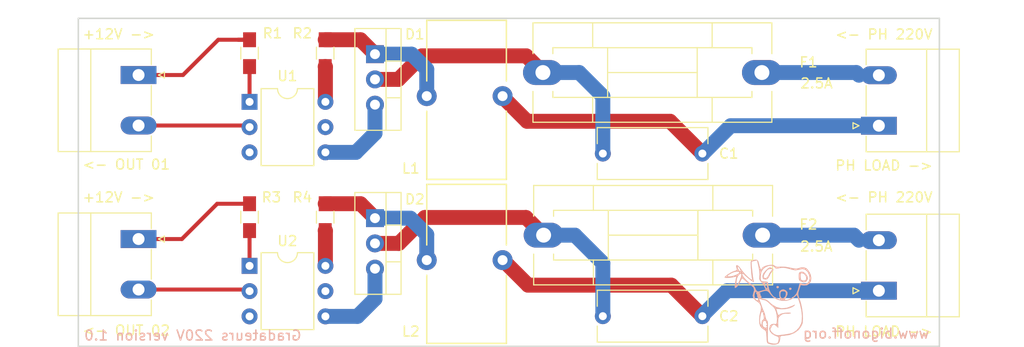
<source format=kicad_pcb>
(kicad_pcb (version 4) (host pcbnew 4.0.7)

  (general
    (links 24)
    (no_connects 0)
    (area 99.924999 49.924999 186.575001 83.075001)
    (thickness 1.6)
    (drawings 21)
    (tracks 68)
    (zones 0)
    (modules 19)
    (nets 23)
  )

  (page A4)
  (title_block
    (title "Carte de puissance 220V pour gradateur Domocan")
    (date 2018-04-03)
    (rev 1)
    (company Koala)
    (comment 3 https://www.abcelectronique.com/bigonoff/)
    (comment 4 "Adaptation de la carte de puissance Domocan pour boitier DIN")
  )

  (layers
    (0 F.Cu signal)
    (31 B.Cu signal)
    (32 B.Adhes user)
    (33 F.Adhes user)
    (34 B.Paste user)
    (35 F.Paste user)
    (36 B.SilkS user)
    (37 F.SilkS user)
    (38 B.Mask user)
    (39 F.Mask user)
    (40 Dwgs.User user)
    (41 Cmts.User user)
    (42 Eco1.User user)
    (43 Eco2.User user)
    (44 Edge.Cuts user)
    (45 Margin user)
    (46 B.CrtYd user)
    (47 F.CrtYd user)
    (48 B.Fab user)
    (49 F.Fab user)
  )

  (setup
    (last_trace_width 0.4)
    (trace_clearance 0.5)
    (zone_clearance 0.508)
    (zone_45_only no)
    (trace_min 0.2)
    (segment_width 0.2)
    (edge_width 0.15)
    (via_size 0.6)
    (via_drill 0.4)
    (via_min_size 0.4)
    (via_min_drill 0.3)
    (uvia_size 0.3)
    (uvia_drill 0.1)
    (uvias_allowed no)
    (uvia_min_size 0.2)
    (uvia_min_drill 0.1)
    (pcb_text_width 0.3)
    (pcb_text_size 1.5 1.5)
    (mod_edge_width 0.15)
    (mod_text_size 1 1)
    (mod_text_width 0.15)
    (pad_size 1.524 1.524)
    (pad_drill 0.762)
    (pad_to_mask_clearance 0.2)
    (aux_axis_origin 0 0)
    (visible_elements 7FFFFF7F)
    (pcbplotparams
      (layerselection 0x00030_80000001)
      (usegerberextensions false)
      (excludeedgelayer true)
      (linewidth 0.100000)
      (plotframeref false)
      (viasonmask false)
      (mode 1)
      (useauxorigin false)
      (hpglpennumber 1)
      (hpglpenspeed 20)
      (hpglpendiameter 15)
      (hpglpenoverlay 2)
      (psnegative false)
      (psa4output false)
      (plotreference true)
      (plotvalue true)
      (plotinvisibletext false)
      (padsonsilk false)
      (subtractmaskfromsilk false)
      (outputformat 1)
      (mirror false)
      (drillshape 1)
      (scaleselection 1)
      (outputdirectory ""))
  )

  (net 0 "")
  (net 1 "Net-(C1-Pad1)")
  (net 2 "Net-(C1-Pad2)")
  (net 3 "Net-(D1-Pad1)")
  (net 4 "Net-(D1-Pad3)")
  (net 5 "Net-(F1-Pad1)")
  (net 6 "Net-(J1-Pad1)")
  (net 7 "Net-(J1-Pad2)")
  (net 8 "Net-(R1-Pad1)")
  (net 9 "Net-(R2-Pad2)")
  (net 10 "Net-(U1-Pad5)")
  (net 11 "Net-(U1-Pad3)")
  (net 12 "Net-(C2-Pad1)")
  (net 13 "Net-(C2-Pad2)")
  (net 14 "Net-(D2-Pad1)")
  (net 15 "Net-(D2-Pad3)")
  (net 16 "Net-(F2-Pad1)")
  (net 17 "Net-(J3-Pad1)")
  (net 18 "Net-(J3-Pad2)")
  (net 19 "Net-(R3-Pad1)")
  (net 20 "Net-(R4-Pad2)")
  (net 21 "Net-(U2-Pad5)")
  (net 22 "Net-(U2-Pad3)")

  (net_class Default "Ceci est la Netclass par défaut"
    (clearance 0.5)
    (trace_width 0.4)
    (via_dia 0.6)
    (via_drill 0.4)
    (uvia_dia 0.3)
    (uvia_drill 0.1)
    (add_net "Net-(C1-Pad1)")
    (add_net "Net-(C1-Pad2)")
    (add_net "Net-(C2-Pad1)")
    (add_net "Net-(C2-Pad2)")
    (add_net "Net-(D1-Pad1)")
    (add_net "Net-(D1-Pad3)")
    (add_net "Net-(D2-Pad1)")
    (add_net "Net-(D2-Pad3)")
    (add_net "Net-(F1-Pad1)")
    (add_net "Net-(F2-Pad1)")
    (add_net "Net-(J1-Pad1)")
    (add_net "Net-(J1-Pad2)")
    (add_net "Net-(J3-Pad1)")
    (add_net "Net-(J3-Pad2)")
    (add_net "Net-(R1-Pad1)")
    (add_net "Net-(R2-Pad2)")
    (add_net "Net-(R3-Pad1)")
    (add_net "Net-(R4-Pad2)")
    (add_net "Net-(U1-Pad3)")
    (add_net "Net-(U1-Pad5)")
    (add_net "Net-(U2-Pad3)")
    (add_net "Net-(U2-Pad5)")
  )

  (module TO_SOT_Packages_THT:TO-220-3_Vertical (layer F.Cu) (tedit 5AC329C3) (tstamp 5AC26795)
    (at 129.8 53.6 270)
    (descr "TO-220-3, Vertical, RM 2.54mm")
    (tags "TO-220-3 Vertical RM 2.54mm")
    (path /5AC27DE9)
    (fp_text reference D1 (at -2 -4 360) (layer F.SilkS)
      (effects (font (size 1 1) (thickness 0.15)))
    )
    (fp_text value BT139 (at 7.1 -5.4 360) (layer F.Fab)
      (effects (font (size 1 1) (thickness 0.15)))
    )
    (fp_text user %R (at 2.54 -3.62 360) (layer F.Fab)
      (effects (font (size 1 1) (thickness 0.15)))
    )
    (fp_line (start -2.46 -2.5) (end -2.46 1.9) (layer F.Fab) (width 0.1))
    (fp_line (start -2.46 1.9) (end 7.54 1.9) (layer F.Fab) (width 0.1))
    (fp_line (start 7.54 1.9) (end 7.54 -2.5) (layer F.Fab) (width 0.1))
    (fp_line (start 7.54 -2.5) (end -2.46 -2.5) (layer F.Fab) (width 0.1))
    (fp_line (start -2.46 -1.23) (end 7.54 -1.23) (layer F.Fab) (width 0.1))
    (fp_line (start 0.69 -2.5) (end 0.69 -1.23) (layer F.Fab) (width 0.1))
    (fp_line (start 4.39 -2.5) (end 4.39 -1.23) (layer F.Fab) (width 0.1))
    (fp_line (start -2.58 -2.62) (end 7.66 -2.62) (layer F.SilkS) (width 0.12))
    (fp_line (start -2.58 2.021) (end 7.66 2.021) (layer F.SilkS) (width 0.12))
    (fp_line (start -2.58 -2.62) (end -2.58 2.021) (layer F.SilkS) (width 0.12))
    (fp_line (start 7.66 -2.62) (end 7.66 2.021) (layer F.SilkS) (width 0.12))
    (fp_line (start -2.58 -1.11) (end 7.66 -1.11) (layer F.SilkS) (width 0.12))
    (fp_line (start 0.69 -2.62) (end 0.69 -1.11) (layer F.SilkS) (width 0.12))
    (fp_line (start 4.391 -2.62) (end 4.391 -1.11) (layer F.SilkS) (width 0.12))
    (fp_line (start -2.71 -2.75) (end -2.71 2.16) (layer F.CrtYd) (width 0.05))
    (fp_line (start -2.71 2.16) (end 7.79 2.16) (layer F.CrtYd) (width 0.05))
    (fp_line (start 7.79 2.16) (end 7.79 -2.75) (layer F.CrtYd) (width 0.05))
    (fp_line (start 7.79 -2.75) (end -2.71 -2.75) (layer F.CrtYd) (width 0.05))
    (pad 1 thru_hole rect (at 0 0 270) (size 1.8 1.8) (drill 1) (layers *.Cu *.Mask)
      (net 3 "Net-(D1-Pad1)"))
    (pad 2 thru_hole oval (at 2.54 0 270) (size 1.8 1.8) (drill 1) (layers *.Cu *.Mask)
      (net 2 "Net-(C1-Pad2)"))
    (pad 3 thru_hole oval (at 5.08 0 270) (size 1.8 1.8) (drill 1) (layers *.Cu *.Mask)
      (net 4 "Net-(D1-Pad3)"))
    (model TO_SOT_Packages_THT.3dshapes/TO-220_Vertical.wrl
      (at (xyz 0.1 0 -0.1))
      (scale (xyz 0.395 0.395 0.395))
      (rotate (xyz 0 0 0))
    )
  )

  (module Fuse_Holders_and_Fuses:Fuseholder5x20_horiz_SemiClosed_Casing10x25mm (layer F.Cu) (tedit 5AC5CDC5) (tstamp 5AC2679B)
    (at 168.67 55.45 180)
    (descr "Fuseholder, 5x20, Semi closed, horizontal, Casing 10x25mm,")
    (tags "Fuseholder 5x20 Semi closed horizontal Casing 10x25mm Sicherungshalter halbgeschlossen ")
    (path /5AC27FF4)
    (fp_text reference F1 (at -4.68 1.03 180) (layer F.SilkS)
      (effects (font (size 1 1) (thickness 0.15)))
    )
    (fp_text value 2.5A (at -5.49 -1.09 180) (layer F.SilkS)
      (effects (font (size 1 1) (thickness 0.15)))
    )
    (fp_line (start 5 2.5) (end 5 4.9) (layer F.Fab) (width 0.1))
    (fp_line (start 17 -2.5) (end 17 -4.9) (layer F.Fab) (width 0.1))
    (fp_line (start 17 2.5) (end 17 4.95) (layer F.Fab) (width 0.1))
    (fp_line (start 15.5 -2.5) (end 15.5 2.5) (layer F.Fab) (width 0.1))
    (fp_line (start 6.5 0) (end 15.5 0) (layer F.Fab) (width 0.1))
    (fp_line (start 6.5 -2.5) (end 6.5 2.5) (layer F.Fab) (width 0.1))
    (fp_line (start 5 -4.9) (end 5 -2.5) (layer F.Fab) (width 0.1))
    (fp_line (start 1 -2.5) (end 1 2.5) (layer F.Fab) (width 0.1))
    (fp_line (start 1 2.5) (end 21 2.5) (layer F.Fab) (width 0.1))
    (fp_line (start 21 2.5) (end 21 -2.5) (layer F.Fab) (width 0.1))
    (fp_line (start 21 -2.5) (end 1 -2.5) (layer F.Fab) (width 0.1))
    (fp_line (start -0.9 -4.9) (end -0.9 4.9) (layer F.Fab) (width 0.1))
    (fp_line (start -0.9 4.9) (end 22.9 4.9) (layer F.Fab) (width 0.1))
    (fp_line (start 22.9 4.9) (end 22.9 -4.9) (layer F.Fab) (width 0.1))
    (fp_line (start 22.9 -4.9) (end -0.9 -4.9) (layer F.Fab) (width 0.1))
    (fp_line (start 5 -2.5) (end 5 -5) (layer F.SilkS) (width 0.12))
    (fp_line (start 5 5) (end 5 2.5) (layer F.SilkS) (width 0.12))
    (fp_line (start 17 5) (end 17 2.5) (layer F.SilkS) (width 0.12))
    (fp_line (start 17 -5) (end 17 -2.5) (layer F.SilkS) (width 0.12))
    (fp_line (start 6.5 0) (end 15.5 0) (layer F.SilkS) (width 0.12))
    (fp_line (start 6.5 -2.5) (end 6.5 2.5) (layer F.SilkS) (width 0.12))
    (fp_line (start 15.5 -2.5) (end 15.5 2.5) (layer F.SilkS) (width 0.12))
    (fp_line (start 21 -1.9) (end 21 -2.5) (layer F.SilkS) (width 0.12))
    (fp_line (start 1 1.9) (end 1 2.5) (layer F.SilkS) (width 0.12))
    (fp_line (start 1 2.5) (end 21 2.5) (layer F.SilkS) (width 0.12))
    (fp_line (start 21 2.5) (end 21 1.9) (layer F.SilkS) (width 0.12))
    (fp_line (start 21 -2.5) (end 1 -2.5) (layer F.SilkS) (width 0.12))
    (fp_line (start 1 -2.5) (end 1 -1.9) (layer F.SilkS) (width 0.12))
    (fp_line (start 23 -1.9) (end 23 -5) (layer F.SilkS) (width 0.12))
    (fp_line (start -1 1.9) (end -1 5) (layer F.SilkS) (width 0.12))
    (fp_line (start -1 5) (end 23 5) (layer F.SilkS) (width 0.12))
    (fp_line (start 23 5) (end 23 1.9) (layer F.SilkS) (width 0.12))
    (fp_line (start 23 -5) (end -1 -5) (layer F.SilkS) (width 0.12))
    (fp_line (start -1 -5) (end -1 -1.9) (layer F.SilkS) (width 0.12))
    (fp_line (start -1.5 -5.15) (end 23.5 -5.15) (layer F.CrtYd) (width 0.05))
    (fp_line (start -1.5 -5.15) (end -1.5 5.2) (layer F.CrtYd) (width 0.05))
    (fp_line (start 23.5 5.2) (end 23.5 -5.15) (layer F.CrtYd) (width 0.05))
    (fp_line (start 23.5 5.2) (end -1.5 5.2) (layer F.CrtYd) (width 0.05))
    (pad 2 thru_hole oval (at 22 0 90) (size 2.5 4) (drill 1.5) (layers *.Cu *.Mask)
      (net 2 "Net-(C1-Pad2)"))
    (pad 1 thru_hole oval (at 0 0 90) (size 2.5 4) (drill 1.5) (layers *.Cu *.Mask)
      (net 5 "Net-(F1-Pad1)"))
    (model "F:/[Venus]/Projets/Ciel étoilé/Gradateurs 220V x 2/footprint.pretty/fuse_cq-200c.wrl"
      (at (xyz 0.43 0 0))
      (scale (xyz 1 1 1))
      (rotate (xyz 0 0 90))
    )
  )

  (module Connectors_Phoenix:PhoenixContact_MC-G_02x5.08mm_Angled (layer F.Cu) (tedit 5AC32C77) (tstamp 5AC267A7)
    (at 180.42 60.8 90)
    (descr "Generic Phoenix Contact connector footprint for series: MC-G; number of pins: 02; pin pitch: 5.08mm; Angled || order number: 1836189 8A 320V")
    (tags "phoenix_contact connector MC_01x02_G_5.08mm")
    (path /5AC28061)
    (fp_text reference J2 (at 3.54 -2.8 90) (layer F.SilkS) hide
      (effects (font (size 1 1) (thickness 0.15)))
    )
    (fp_text value 220V (at 2.6 12.5 180) (layer F.Fab)
      (effects (font (size 1 1) (thickness 0.15)))
    )
    (fp_line (start -2.62 -1.28) (end -2.62 8.08) (layer F.SilkS) (width 0.12))
    (fp_line (start -2.62 8.08) (end 7.7 8.08) (layer F.SilkS) (width 0.12))
    (fp_line (start 7.7 8.08) (end 7.7 -1.28) (layer F.SilkS) (width 0.12))
    (fp_line (start -2.62 -1.28) (end -1.05 -1.28) (layer F.SilkS) (width 0.12))
    (fp_line (start 7.7 -1.28) (end 6.13 -1.28) (layer F.SilkS) (width 0.12))
    (fp_line (start 1.05 -1.28) (end 4.03 -1.28) (layer F.SilkS) (width 0.12))
    (fp_line (start -2.54 -1.2) (end -2.54 8) (layer F.Fab) (width 0.1))
    (fp_line (start -2.54 8) (end 7.62 8) (layer F.Fab) (width 0.1))
    (fp_line (start 7.62 8) (end 7.62 -1.2) (layer F.Fab) (width 0.1))
    (fp_line (start 7.62 -1.2) (end -2.54 -1.2) (layer F.Fab) (width 0.1))
    (fp_line (start -2.62 4.8) (end 7.7 4.8) (layer F.SilkS) (width 0.12))
    (fp_line (start -3.12 -2.3) (end -3.12 8.5) (layer F.CrtYd) (width 0.05))
    (fp_line (start -3.12 8.5) (end 8.12 8.5) (layer F.CrtYd) (width 0.05))
    (fp_line (start 8.12 8.5) (end 8.12 -2.3) (layer F.CrtYd) (width 0.05))
    (fp_line (start 8.12 -2.3) (end -3.12 -2.3) (layer F.CrtYd) (width 0.05))
    (fp_line (start 0.3 -2.6) (end 0 -2) (layer F.SilkS) (width 0.12))
    (fp_line (start 0 -2) (end -0.3 -2.6) (layer F.SilkS) (width 0.12))
    (fp_line (start -0.3 -2.6) (end 0.3 -2.6) (layer F.SilkS) (width 0.12))
    (fp_line (start 0.8 -1.2) (end 0 0) (layer F.Fab) (width 0.1))
    (fp_line (start 0 0) (end -0.8 -1.2) (layer F.Fab) (width 0.1))
    (fp_text user %R (at 2.54 3 180) (layer F.Fab)
      (effects (font (size 1 1) (thickness 0.15)))
    )
    (pad 1 thru_hole rect (at 0 0 90) (size 1.8 3.6) (drill 1.2) (layers *.Cu *.Mask)
      (net 1 "Net-(C1-Pad1)"))
    (pad 2 thru_hole oval (at 5.08 0 90) (size 1.8 3.6) (drill 1.2) (layers *.Cu *.Mask)
      (net 5 "Net-(F1-Pad1)"))
    (model ${KISYS3DMOD}/Connectors_Phoenix.3dshapes/PhoenixContact_MC-G_02x5.08mm_Angled.wrl
      (at (xyz 0 0 0))
      (scale (xyz 1 1 1))
      (rotate (xyz 0 0 0))
    )
  )

  (module Choke_Toroid_ThroughHole:Choke_Toroid_8x16mm_Vertical (layer F.Cu) (tedit 5AC331C3) (tstamp 5AC267AD)
    (at 135 50.2 270)
    (descr "Toroid, Coil, Choke,  6,5mm x 13mm, Vertical, Inductor, Drossel, Thruhole,")
    (tags "Toroid, Coil, Choke,  6,5mm x 13mm, Vertical, Inductor, Drossel, Thruhole,")
    (path /5AC27EDD)
    (fp_text reference L1 (at 14.9 1.6 360) (layer F.SilkS)
      (effects (font (size 1 1) (thickness 0.15)))
    )
    (fp_text value 47uH (at 14.8 -4 360) (layer F.Fab)
      (effects (font (size 1 1) (thickness 0.15)))
    )
    (fp_line (start 16.002 0) (end 9.144 0) (layer F.SilkS) (width 0.15))
    (fp_line (start 0 0) (end 6.096 0) (layer F.SilkS) (width 0.15))
    (fp_line (start 6.096 -8.001) (end 0 -8.001) (layer F.SilkS) (width 0.15))
    (fp_line (start 16.002 -8.001) (end 9.144 -8.001) (layer F.SilkS) (width 0.15))
    (fp_line (start 16.002 0) (end 16.002 -8.001) (layer F.SilkS) (width 0.15))
    (fp_line (start 0 -8.001) (end 0 0) (layer F.SilkS) (width 0.15))
    (pad 1 thru_hole circle (at 7.62 0 270) (size 1.99898 1.99898) (drill 1.00076) (layers *.Cu *.Mask)
      (net 3 "Net-(D1-Pad1)"))
    (pad 2 thru_hole circle (at 7.62 -7.62 270) (size 1.99898 1.99898) (drill 1.00076) (layers *.Cu *.Mask)
      (net 1 "Net-(C1-Pad1)"))
    (model Choke_Toroid_ThroughHole.3dshapes/Choke_Toroid_15x40mm.wrl
      (at (xyz 0.3 0.035 0.3))
      (scale (xyz 1.4 1.4 1.4))
      (rotate (xyz 90 0 0))
    )
  )

  (module Resistors_SMD:R_0805_HandSoldering (layer F.Cu) (tedit 5AC32A00) (tstamp 5AC267B3)
    (at 117.2 53.5 90)
    (descr "Resistor SMD 0805, hand soldering")
    (tags "resistor 0805")
    (path /5AC27778)
    (attr smd)
    (fp_text reference R1 (at 2 2.3 180) (layer F.SilkS)
      (effects (font (size 1 1) (thickness 0.15)))
    )
    (fp_text value 470R (at 2.1 -3.6 180) (layer F.Fab)
      (effects (font (size 1 1) (thickness 0.15)))
    )
    (fp_text user %R (at 0 0 90) (layer F.Fab)
      (effects (font (size 0.5 0.5) (thickness 0.075)))
    )
    (fp_line (start -1 0.62) (end -1 -0.62) (layer F.Fab) (width 0.1))
    (fp_line (start 1 0.62) (end -1 0.62) (layer F.Fab) (width 0.1))
    (fp_line (start 1 -0.62) (end 1 0.62) (layer F.Fab) (width 0.1))
    (fp_line (start -1 -0.62) (end 1 -0.62) (layer F.Fab) (width 0.1))
    (fp_line (start 0.6 0.88) (end -0.6 0.88) (layer F.SilkS) (width 0.12))
    (fp_line (start -0.6 -0.88) (end 0.6 -0.88) (layer F.SilkS) (width 0.12))
    (fp_line (start -2.35 -0.9) (end 2.35 -0.9) (layer F.CrtYd) (width 0.05))
    (fp_line (start -2.35 -0.9) (end -2.35 0.9) (layer F.CrtYd) (width 0.05))
    (fp_line (start 2.35 0.9) (end 2.35 -0.9) (layer F.CrtYd) (width 0.05))
    (fp_line (start 2.35 0.9) (end -2.35 0.9) (layer F.CrtYd) (width 0.05))
    (pad 1 smd rect (at -1.35 0 90) (size 1.5 1.3) (layers F.Cu F.Paste F.Mask)
      (net 8 "Net-(R1-Pad1)"))
    (pad 2 smd rect (at 1.35 0 90) (size 1.5 1.3) (layers F.Cu F.Paste F.Mask)
      (net 6 "Net-(J1-Pad1)"))
    (model ${KISYS3DMOD}/Resistors_SMD.3dshapes/R_0805.wrl
      (at (xyz 0 0 0))
      (scale (xyz 1 1 1))
      (rotate (xyz 0 0 0))
    )
  )

  (module Resistors_SMD:R_0805_HandSoldering (layer F.Cu) (tedit 5AC32A09) (tstamp 5AC267B9)
    (at 124.8 53.5 270)
    (descr "Resistor SMD 0805, hand soldering")
    (tags "resistor 0805")
    (path /5AC279AE)
    (attr smd)
    (fp_text reference R2 (at -2 2.3 360) (layer F.SilkS)
      (effects (font (size 1 1) (thickness 0.15)))
    )
    (fp_text value 4K7 (at -4.5 0 360) (layer F.Fab)
      (effects (font (size 1 1) (thickness 0.15)))
    )
    (fp_text user %R (at 0 0 270) (layer F.Fab)
      (effects (font (size 0.5 0.5) (thickness 0.075)))
    )
    (fp_line (start -1 0.62) (end -1 -0.62) (layer F.Fab) (width 0.1))
    (fp_line (start 1 0.62) (end -1 0.62) (layer F.Fab) (width 0.1))
    (fp_line (start 1 -0.62) (end 1 0.62) (layer F.Fab) (width 0.1))
    (fp_line (start -1 -0.62) (end 1 -0.62) (layer F.Fab) (width 0.1))
    (fp_line (start 0.6 0.88) (end -0.6 0.88) (layer F.SilkS) (width 0.12))
    (fp_line (start -0.6 -0.88) (end 0.6 -0.88) (layer F.SilkS) (width 0.12))
    (fp_line (start -2.35 -0.9) (end 2.35 -0.9) (layer F.CrtYd) (width 0.05))
    (fp_line (start -2.35 -0.9) (end -2.35 0.9) (layer F.CrtYd) (width 0.05))
    (fp_line (start 2.35 0.9) (end 2.35 -0.9) (layer F.CrtYd) (width 0.05))
    (fp_line (start 2.35 0.9) (end -2.35 0.9) (layer F.CrtYd) (width 0.05))
    (pad 1 smd rect (at -1.35 0 270) (size 1.5 1.3) (layers F.Cu F.Paste F.Mask)
      (net 3 "Net-(D1-Pad1)"))
    (pad 2 smd rect (at 1.35 0 270) (size 1.5 1.3) (layers F.Cu F.Paste F.Mask)
      (net 9 "Net-(R2-Pad2)"))
    (model ${KISYS3DMOD}/Resistors_SMD.3dshapes/R_0805.wrl
      (at (xyz 0 0 0))
      (scale (xyz 1 1 1))
      (rotate (xyz 0 0 0))
    )
  )

  (module Connectors_Phoenix:PhoenixContact_MC-G_02x5.08mm_Angled (layer F.Cu) (tedit 5AC32A12) (tstamp 5AC274EA)
    (at 106.05 55.7 270)
    (descr "Generic Phoenix Contact connector footprint for series: MC-G; number of pins: 02; pin pitch: 5.08mm; Angled || order number: 1836189 8A 320V")
    (tags "phoenix_contact connector MC_01x02_G_5.08mm")
    (path /5AC27729)
    (fp_text reference J1 (at 3.54 -2.8 270) (layer F.SilkS) hide
      (effects (font (size 1 1) (thickness 0.15)))
    )
    (fp_text value MCU (at 2.7 12.2 360) (layer F.Fab)
      (effects (font (size 1 1) (thickness 0.15)))
    )
    (fp_line (start -2.62 -1.28) (end -2.62 8.08) (layer F.SilkS) (width 0.12))
    (fp_line (start -2.62 8.08) (end 7.7 8.08) (layer F.SilkS) (width 0.12))
    (fp_line (start 7.7 8.08) (end 7.7 -1.28) (layer F.SilkS) (width 0.12))
    (fp_line (start -2.62 -1.28) (end -1.05 -1.28) (layer F.SilkS) (width 0.12))
    (fp_line (start 7.7 -1.28) (end 6.13 -1.28) (layer F.SilkS) (width 0.12))
    (fp_line (start 1.05 -1.28) (end 4.03 -1.28) (layer F.SilkS) (width 0.12))
    (fp_line (start -2.54 -1.2) (end -2.54 8) (layer F.Fab) (width 0.1))
    (fp_line (start -2.54 8) (end 7.62 8) (layer F.Fab) (width 0.1))
    (fp_line (start 7.62 8) (end 7.62 -1.2) (layer F.Fab) (width 0.1))
    (fp_line (start 7.62 -1.2) (end -2.54 -1.2) (layer F.Fab) (width 0.1))
    (fp_line (start -2.62 4.8) (end 7.7 4.8) (layer F.SilkS) (width 0.12))
    (fp_line (start -3.12 -2.3) (end -3.12 8.5) (layer F.CrtYd) (width 0.05))
    (fp_line (start -3.12 8.5) (end 8.12 8.5) (layer F.CrtYd) (width 0.05))
    (fp_line (start 8.12 8.5) (end 8.12 -2.3) (layer F.CrtYd) (width 0.05))
    (fp_line (start 8.12 -2.3) (end -3.12 -2.3) (layer F.CrtYd) (width 0.05))
    (fp_line (start 0.3 -2.6) (end 0 -2) (layer F.SilkS) (width 0.12))
    (fp_line (start 0 -2) (end -0.3 -2.6) (layer F.SilkS) (width 0.12))
    (fp_line (start -0.3 -2.6) (end 0.3 -2.6) (layer F.SilkS) (width 0.12))
    (fp_line (start 0.8 -1.2) (end 0 0) (layer F.Fab) (width 0.1))
    (fp_line (start 0 0) (end -0.8 -1.2) (layer F.Fab) (width 0.1))
    (fp_text user %R (at 2.54 3 360) (layer F.Fab)
      (effects (font (size 1 1) (thickness 0.15)))
    )
    (pad 1 thru_hole rect (at 0 0 270) (size 1.8 3.6) (drill 1.2) (layers *.Cu *.Mask)
      (net 6 "Net-(J1-Pad1)"))
    (pad 2 thru_hole oval (at 5.08 0 270) (size 1.8 3.6) (drill 1.2) (layers *.Cu *.Mask)
      (net 7 "Net-(J1-Pad2)"))
    (model ${KISYS3DMOD}/Connectors_Phoenix.3dshapes/PhoenixContact_MC-G_02x5.08mm_Angled.wrl
      (at (xyz 0 0 0))
      (scale (xyz 1 1 1))
      (rotate (xyz 0 0 0))
    )
  )

  (module TO_SOT_Packages_THT:TO-220-3_Vertical (layer F.Cu) (tedit 5AC329CA) (tstamp 5AC28B17)
    (at 129.8 70.1 270)
    (descr "TO-220-3, Vertical, RM 2.54mm")
    (tags "TO-220-3 Vertical RM 2.54mm")
    (path /5AC29744)
    (fp_text reference D2 (at -1.9 -4 360) (layer F.SilkS)
      (effects (font (size 1 1) (thickness 0.15)))
    )
    (fp_text value BT139 (at 7.1 -5.4 360) (layer F.Fab)
      (effects (font (size 1 1) (thickness 0.15)))
    )
    (fp_text user %R (at 2.54 -3.62 360) (layer F.Fab)
      (effects (font (size 1 1) (thickness 0.15)))
    )
    (fp_line (start -2.46 -2.5) (end -2.46 1.9) (layer F.Fab) (width 0.1))
    (fp_line (start -2.46 1.9) (end 7.54 1.9) (layer F.Fab) (width 0.1))
    (fp_line (start 7.54 1.9) (end 7.54 -2.5) (layer F.Fab) (width 0.1))
    (fp_line (start 7.54 -2.5) (end -2.46 -2.5) (layer F.Fab) (width 0.1))
    (fp_line (start -2.46 -1.23) (end 7.54 -1.23) (layer F.Fab) (width 0.1))
    (fp_line (start 0.69 -2.5) (end 0.69 -1.23) (layer F.Fab) (width 0.1))
    (fp_line (start 4.39 -2.5) (end 4.39 -1.23) (layer F.Fab) (width 0.1))
    (fp_line (start -2.58 -2.62) (end 7.66 -2.62) (layer F.SilkS) (width 0.12))
    (fp_line (start -2.58 2.021) (end 7.66 2.021) (layer F.SilkS) (width 0.12))
    (fp_line (start -2.58 -2.62) (end -2.58 2.021) (layer F.SilkS) (width 0.12))
    (fp_line (start 7.66 -2.62) (end 7.66 2.021) (layer F.SilkS) (width 0.12))
    (fp_line (start -2.58 -1.11) (end 7.66 -1.11) (layer F.SilkS) (width 0.12))
    (fp_line (start 0.69 -2.62) (end 0.69 -1.11) (layer F.SilkS) (width 0.12))
    (fp_line (start 4.391 -2.62) (end 4.391 -1.11) (layer F.SilkS) (width 0.12))
    (fp_line (start -2.71 -2.75) (end -2.71 2.16) (layer F.CrtYd) (width 0.05))
    (fp_line (start -2.71 2.16) (end 7.79 2.16) (layer F.CrtYd) (width 0.05))
    (fp_line (start 7.79 2.16) (end 7.79 -2.75) (layer F.CrtYd) (width 0.05))
    (fp_line (start 7.79 -2.75) (end -2.71 -2.75) (layer F.CrtYd) (width 0.05))
    (pad 1 thru_hole rect (at 0 0 270) (size 1.8 1.8) (drill 1) (layers *.Cu *.Mask)
      (net 14 "Net-(D2-Pad1)"))
    (pad 2 thru_hole oval (at 2.54 0 270) (size 1.8 1.8) (drill 1) (layers *.Cu *.Mask)
      (net 13 "Net-(C2-Pad2)"))
    (pad 3 thru_hole oval (at 5.08 0 270) (size 1.8 1.8) (drill 1) (layers *.Cu *.Mask)
      (net 15 "Net-(D2-Pad3)"))
    (model TO_SOT_Packages_THT.3dshapes/TO-220_Vertical.wrl
      (at (xyz 0.1 0 -0.1))
      (scale (xyz 0.395 0.395 0.395))
      (rotate (xyz 0 0 0))
    )
  )

  (module Fuse_Holders_and_Fuses:Fuseholder5x20_horiz_SemiClosed_Casing10x25mm (layer F.Cu) (tedit 5AC5CDDA) (tstamp 5AC28B1D)
    (at 168.74 71.81 180)
    (descr "Fuseholder, 5x20, Semi closed, horizontal, Casing 10x25mm,")
    (tags "Fuseholder 5x20 Semi closed horizontal Casing 10x25mm Sicherungshalter halbgeschlossen ")
    (path /5AC29759)
    (fp_text reference F2 (at -4.6 1.07 180) (layer F.SilkS)
      (effects (font (size 1 1) (thickness 0.15)))
    )
    (fp_text value 2.5A (at -5.4 -1.14 180) (layer F.SilkS)
      (effects (font (size 1 1) (thickness 0.15)))
    )
    (fp_line (start 5 2.5) (end 5 4.9) (layer F.Fab) (width 0.1))
    (fp_line (start 17 -2.5) (end 17 -4.9) (layer F.Fab) (width 0.1))
    (fp_line (start 17 2.5) (end 17 4.95) (layer F.Fab) (width 0.1))
    (fp_line (start 15.5 -2.5) (end 15.5 2.5) (layer F.Fab) (width 0.1))
    (fp_line (start 6.5 0) (end 15.5 0) (layer F.Fab) (width 0.1))
    (fp_line (start 6.5 -2.5) (end 6.5 2.5) (layer F.Fab) (width 0.1))
    (fp_line (start 5 -4.9) (end 5 -2.5) (layer F.Fab) (width 0.1))
    (fp_line (start 1 -2.5) (end 1 2.5) (layer F.Fab) (width 0.1))
    (fp_line (start 1 2.5) (end 21 2.5) (layer F.Fab) (width 0.1))
    (fp_line (start 21 2.5) (end 21 -2.5) (layer F.Fab) (width 0.1))
    (fp_line (start 21 -2.5) (end 1 -2.5) (layer F.Fab) (width 0.1))
    (fp_line (start -0.9 -4.9) (end -0.9 4.9) (layer F.Fab) (width 0.1))
    (fp_line (start -0.9 4.9) (end 22.9 4.9) (layer F.Fab) (width 0.1))
    (fp_line (start 22.9 4.9) (end 22.9 -4.9) (layer F.Fab) (width 0.1))
    (fp_line (start 22.9 -4.9) (end -0.9 -4.9) (layer F.Fab) (width 0.1))
    (fp_line (start 5 -2.5) (end 5 -5) (layer F.SilkS) (width 0.12))
    (fp_line (start 5 5) (end 5 2.5) (layer F.SilkS) (width 0.12))
    (fp_line (start 17 5) (end 17 2.5) (layer F.SilkS) (width 0.12))
    (fp_line (start 17 -5) (end 17 -2.5) (layer F.SilkS) (width 0.12))
    (fp_line (start 6.5 0) (end 15.5 0) (layer F.SilkS) (width 0.12))
    (fp_line (start 6.5 -2.5) (end 6.5 2.5) (layer F.SilkS) (width 0.12))
    (fp_line (start 15.5 -2.5) (end 15.5 2.5) (layer F.SilkS) (width 0.12))
    (fp_line (start 21 -1.9) (end 21 -2.5) (layer F.SilkS) (width 0.12))
    (fp_line (start 1 1.9) (end 1 2.5) (layer F.SilkS) (width 0.12))
    (fp_line (start 1 2.5) (end 21 2.5) (layer F.SilkS) (width 0.12))
    (fp_line (start 21 2.5) (end 21 1.9) (layer F.SilkS) (width 0.12))
    (fp_line (start 21 -2.5) (end 1 -2.5) (layer F.SilkS) (width 0.12))
    (fp_line (start 1 -2.5) (end 1 -1.9) (layer F.SilkS) (width 0.12))
    (fp_line (start 23 -1.9) (end 23 -5) (layer F.SilkS) (width 0.12))
    (fp_line (start -1 1.9) (end -1 5) (layer F.SilkS) (width 0.12))
    (fp_line (start -1 5) (end 23 5) (layer F.SilkS) (width 0.12))
    (fp_line (start 23 5) (end 23 1.9) (layer F.SilkS) (width 0.12))
    (fp_line (start 23 -5) (end -1 -5) (layer F.SilkS) (width 0.12))
    (fp_line (start -1 -5) (end -1 -1.9) (layer F.SilkS) (width 0.12))
    (fp_line (start -1.5 -5.15) (end 23.5 -5.15) (layer F.CrtYd) (width 0.05))
    (fp_line (start -1.5 -5.15) (end -1.5 5.2) (layer F.CrtYd) (width 0.05))
    (fp_line (start 23.5 5.2) (end 23.5 -5.15) (layer F.CrtYd) (width 0.05))
    (fp_line (start 23.5 5.2) (end -1.5 5.2) (layer F.CrtYd) (width 0.05))
    (pad 2 thru_hole oval (at 22 0 90) (size 2.5 4) (drill 1.5) (layers *.Cu *.Mask)
      (net 13 "Net-(C2-Pad2)"))
    (pad 1 thru_hole oval (at 0 0 90) (size 2.5 4) (drill 1.5) (layers *.Cu *.Mask)
      (net 16 "Net-(F2-Pad1)"))
    (model "F:/[Venus]/Projets/Ciel étoilé/Gradateurs 220V x 2/footprint.pretty/fuse_cq-200c.wrl"
      (at (xyz 0.43 0 0))
      (scale (xyz 1 1 1))
      (rotate (xyz 0 0 90))
    )
  )

  (module Connectors_Phoenix:PhoenixContact_MC-G_02x5.08mm_Angled (layer F.Cu) (tedit 5AC32A14) (tstamp 5AC28B23)
    (at 106.05 72.2 270)
    (descr "Generic Phoenix Contact connector footprint for series: MC-G; number of pins: 02; pin pitch: 5.08mm; Angled || order number: 1836189 8A 320V")
    (tags "phoenix_contact connector MC_01x02_G_5.08mm")
    (path /5AC2972F)
    (fp_text reference J3 (at 3.54 -2.8 270) (layer F.SilkS) hide
      (effects (font (size 1 1) (thickness 0.15)))
    )
    (fp_text value MCU (at 2.6 12 360) (layer F.Fab)
      (effects (font (size 1 1) (thickness 0.15)))
    )
    (fp_line (start -2.62 -1.28) (end -2.62 8.08) (layer F.SilkS) (width 0.12))
    (fp_line (start -2.62 8.08) (end 7.7 8.08) (layer F.SilkS) (width 0.12))
    (fp_line (start 7.7 8.08) (end 7.7 -1.28) (layer F.SilkS) (width 0.12))
    (fp_line (start -2.62 -1.28) (end -1.05 -1.28) (layer F.SilkS) (width 0.12))
    (fp_line (start 7.7 -1.28) (end 6.13 -1.28) (layer F.SilkS) (width 0.12))
    (fp_line (start 1.05 -1.28) (end 4.03 -1.28) (layer F.SilkS) (width 0.12))
    (fp_line (start -2.54 -1.2) (end -2.54 8) (layer F.Fab) (width 0.1))
    (fp_line (start -2.54 8) (end 7.62 8) (layer F.Fab) (width 0.1))
    (fp_line (start 7.62 8) (end 7.62 -1.2) (layer F.Fab) (width 0.1))
    (fp_line (start 7.62 -1.2) (end -2.54 -1.2) (layer F.Fab) (width 0.1))
    (fp_line (start -2.62 4.8) (end 7.7 4.8) (layer F.SilkS) (width 0.12))
    (fp_line (start -3.12 -2.3) (end -3.12 8.5) (layer F.CrtYd) (width 0.05))
    (fp_line (start -3.12 8.5) (end 8.12 8.5) (layer F.CrtYd) (width 0.05))
    (fp_line (start 8.12 8.5) (end 8.12 -2.3) (layer F.CrtYd) (width 0.05))
    (fp_line (start 8.12 -2.3) (end -3.12 -2.3) (layer F.CrtYd) (width 0.05))
    (fp_line (start 0.3 -2.6) (end 0 -2) (layer F.SilkS) (width 0.12))
    (fp_line (start 0 -2) (end -0.3 -2.6) (layer F.SilkS) (width 0.12))
    (fp_line (start -0.3 -2.6) (end 0.3 -2.6) (layer F.SilkS) (width 0.12))
    (fp_line (start 0.8 -1.2) (end 0 0) (layer F.Fab) (width 0.1))
    (fp_line (start 0 0) (end -0.8 -1.2) (layer F.Fab) (width 0.1))
    (fp_text user %R (at 2.54 3 360) (layer F.Fab)
      (effects (font (size 1 1) (thickness 0.15)))
    )
    (pad 1 thru_hole rect (at 0 0 270) (size 1.8 3.6) (drill 1.2) (layers *.Cu *.Mask)
      (net 17 "Net-(J3-Pad1)"))
    (pad 2 thru_hole oval (at 5.08 0 270) (size 1.8 3.6) (drill 1.2) (layers *.Cu *.Mask)
      (net 18 "Net-(J3-Pad2)"))
    (model ${KISYS3DMOD}/Connectors_Phoenix.3dshapes/PhoenixContact_MC-G_02x5.08mm_Angled.wrl
      (at (xyz 0 0 0))
      (scale (xyz 1 1 1))
      (rotate (xyz 0 0 0))
    )
  )

  (module Connectors_Phoenix:PhoenixContact_MC-G_02x5.08mm_Angled (layer F.Cu) (tedit 5AC32C79) (tstamp 5AC28B29)
    (at 180.42 77.4 90)
    (descr "Generic Phoenix Contact connector footprint for series: MC-G; number of pins: 02; pin pitch: 5.08mm; Angled || order number: 1836189 8A 320V")
    (tags "phoenix_contact connector MC_01x02_G_5.08mm")
    (path /5AC2975F)
    (fp_text reference J4 (at 3.54 -2.8 90) (layer F.SilkS) hide
      (effects (font (size 1 1) (thickness 0.15)))
    )
    (fp_text value 220V (at 2.7 12.6 180) (layer F.Fab)
      (effects (font (size 1 1) (thickness 0.15)))
    )
    (fp_line (start -2.62 -1.28) (end -2.62 8.08) (layer F.SilkS) (width 0.12))
    (fp_line (start -2.62 8.08) (end 7.7 8.08) (layer F.SilkS) (width 0.12))
    (fp_line (start 7.7 8.08) (end 7.7 -1.28) (layer F.SilkS) (width 0.12))
    (fp_line (start -2.62 -1.28) (end -1.05 -1.28) (layer F.SilkS) (width 0.12))
    (fp_line (start 7.7 -1.28) (end 6.13 -1.28) (layer F.SilkS) (width 0.12))
    (fp_line (start 1.05 -1.28) (end 4.03 -1.28) (layer F.SilkS) (width 0.12))
    (fp_line (start -2.54 -1.2) (end -2.54 8) (layer F.Fab) (width 0.1))
    (fp_line (start -2.54 8) (end 7.62 8) (layer F.Fab) (width 0.1))
    (fp_line (start 7.62 8) (end 7.62 -1.2) (layer F.Fab) (width 0.1))
    (fp_line (start 7.62 -1.2) (end -2.54 -1.2) (layer F.Fab) (width 0.1))
    (fp_line (start -2.62 4.8) (end 7.7 4.8) (layer F.SilkS) (width 0.12))
    (fp_line (start -3.12 -2.3) (end -3.12 8.5) (layer F.CrtYd) (width 0.05))
    (fp_line (start -3.12 8.5) (end 8.12 8.5) (layer F.CrtYd) (width 0.05))
    (fp_line (start 8.12 8.5) (end 8.12 -2.3) (layer F.CrtYd) (width 0.05))
    (fp_line (start 8.12 -2.3) (end -3.12 -2.3) (layer F.CrtYd) (width 0.05))
    (fp_line (start 0.3 -2.6) (end 0 -2) (layer F.SilkS) (width 0.12))
    (fp_line (start 0 -2) (end -0.3 -2.6) (layer F.SilkS) (width 0.12))
    (fp_line (start -0.3 -2.6) (end 0.3 -2.6) (layer F.SilkS) (width 0.12))
    (fp_line (start 0.8 -1.2) (end 0 0) (layer F.Fab) (width 0.1))
    (fp_line (start 0 0) (end -0.8 -1.2) (layer F.Fab) (width 0.1))
    (fp_text user %R (at 2.54 3 180) (layer F.Fab)
      (effects (font (size 1 1) (thickness 0.15)))
    )
    (pad 1 thru_hole rect (at 0 0 90) (size 1.8 3.6) (drill 1.2) (layers *.Cu *.Mask)
      (net 12 "Net-(C2-Pad1)"))
    (pad 2 thru_hole oval (at 5.08 0 90) (size 1.8 3.6) (drill 1.2) (layers *.Cu *.Mask)
      (net 16 "Net-(F2-Pad1)"))
    (model ${KISYS3DMOD}/Connectors_Phoenix.3dshapes/PhoenixContact_MC-G_02x5.08mm_Angled.wrl
      (at (xyz 0 0 0))
      (scale (xyz 1 1 1))
      (rotate (xyz 0 0 0))
    )
  )

  (module Choke_Toroid_ThroughHole:Choke_Toroid_8x16mm_Vertical (layer F.Cu) (tedit 5AC331CE) (tstamp 5AC28B2F)
    (at 135 66.7 270)
    (descr "Toroid, Coil, Choke,  6,5mm x 13mm, Vertical, Inductor, Drossel, Thruhole,")
    (tags "Toroid, Coil, Choke,  6,5mm x 13mm, Vertical, Inductor, Drossel, Thruhole,")
    (path /5AC2974D)
    (fp_text reference L2 (at 14.8 1.6 360) (layer F.SilkS)
      (effects (font (size 1 1) (thickness 0.15)))
    )
    (fp_text value 47uH (at 14.5 -3.6 360) (layer F.Fab)
      (effects (font (size 1 1) (thickness 0.15)))
    )
    (fp_line (start 16.002 0) (end 9.144 0) (layer F.SilkS) (width 0.15))
    (fp_line (start 0 0) (end 6.096 0) (layer F.SilkS) (width 0.15))
    (fp_line (start 6.096 -8.001) (end 0 -8.001) (layer F.SilkS) (width 0.15))
    (fp_line (start 16.002 -8.001) (end 9.144 -8.001) (layer F.SilkS) (width 0.15))
    (fp_line (start 16.002 0) (end 16.002 -8.001) (layer F.SilkS) (width 0.15))
    (fp_line (start 0 -8.001) (end 0 0) (layer F.SilkS) (width 0.15))
    (pad 1 thru_hole circle (at 7.62 0 270) (size 1.99898 1.99898) (drill 1.00076) (layers *.Cu *.Mask)
      (net 14 "Net-(D2-Pad1)"))
    (pad 2 thru_hole circle (at 7.62 -7.62 270) (size 1.99898 1.99898) (drill 1.00076) (layers *.Cu *.Mask)
      (net 12 "Net-(C2-Pad1)"))
    (model Choke_Toroid_ThroughHole.3dshapes/Choke_Toroid_15x40mm.wrl
      (at (xyz 0.3 0.035 0.3))
      (scale (xyz 1.4 1.4 1.4))
      (rotate (xyz 90 0 0))
    )
  )

  (module Resistors_SMD:R_0805_HandSoldering (layer F.Cu) (tedit 5AC329E4) (tstamp 5AC28B35)
    (at 117.2 70 90)
    (descr "Resistor SMD 0805, hand soldering")
    (tags "resistor 0805")
    (path /5AC29735)
    (attr smd)
    (fp_text reference R3 (at 2 2.2 180) (layer F.SilkS)
      (effects (font (size 1 1) (thickness 0.15)))
    )
    (fp_text value 470R (at 2.1 -3.3 180) (layer F.Fab)
      (effects (font (size 1 1) (thickness 0.15)))
    )
    (fp_text user %R (at 0 0 90) (layer F.Fab)
      (effects (font (size 0.5 0.5) (thickness 0.075)))
    )
    (fp_line (start -1 0.62) (end -1 -0.62) (layer F.Fab) (width 0.1))
    (fp_line (start 1 0.62) (end -1 0.62) (layer F.Fab) (width 0.1))
    (fp_line (start 1 -0.62) (end 1 0.62) (layer F.Fab) (width 0.1))
    (fp_line (start -1 -0.62) (end 1 -0.62) (layer F.Fab) (width 0.1))
    (fp_line (start 0.6 0.88) (end -0.6 0.88) (layer F.SilkS) (width 0.12))
    (fp_line (start -0.6 -0.88) (end 0.6 -0.88) (layer F.SilkS) (width 0.12))
    (fp_line (start -2.35 -0.9) (end 2.35 -0.9) (layer F.CrtYd) (width 0.05))
    (fp_line (start -2.35 -0.9) (end -2.35 0.9) (layer F.CrtYd) (width 0.05))
    (fp_line (start 2.35 0.9) (end 2.35 -0.9) (layer F.CrtYd) (width 0.05))
    (fp_line (start 2.35 0.9) (end -2.35 0.9) (layer F.CrtYd) (width 0.05))
    (pad 1 smd rect (at -1.35 0 90) (size 1.5 1.3) (layers F.Cu F.Paste F.Mask)
      (net 19 "Net-(R3-Pad1)"))
    (pad 2 smd rect (at 1.35 0 90) (size 1.5 1.3) (layers F.Cu F.Paste F.Mask)
      (net 17 "Net-(J3-Pad1)"))
    (model ${KISYS3DMOD}/Resistors_SMD.3dshapes/R_0805.wrl
      (at (xyz 0 0 0))
      (scale (xyz 1 1 1))
      (rotate (xyz 0 0 0))
    )
  )

  (module Resistors_SMD:R_0805_HandSoldering (layer F.Cu) (tedit 5AC329F2) (tstamp 5AC28B3B)
    (at 124.8 70 270)
    (descr "Resistor SMD 0805, hand soldering")
    (tags "resistor 0805")
    (path /5AC2973E)
    (attr smd)
    (fp_text reference R4 (at -2 2.3 360) (layer F.SilkS)
      (effects (font (size 1 1) (thickness 0.15)))
    )
    (fp_text value 4K7 (at -3.5 0.1 360) (layer F.Fab)
      (effects (font (size 1 1) (thickness 0.15)))
    )
    (fp_text user %R (at 0 0 270) (layer F.Fab)
      (effects (font (size 0.5 0.5) (thickness 0.075)))
    )
    (fp_line (start -1 0.62) (end -1 -0.62) (layer F.Fab) (width 0.1))
    (fp_line (start 1 0.62) (end -1 0.62) (layer F.Fab) (width 0.1))
    (fp_line (start 1 -0.62) (end 1 0.62) (layer F.Fab) (width 0.1))
    (fp_line (start -1 -0.62) (end 1 -0.62) (layer F.Fab) (width 0.1))
    (fp_line (start 0.6 0.88) (end -0.6 0.88) (layer F.SilkS) (width 0.12))
    (fp_line (start -0.6 -0.88) (end 0.6 -0.88) (layer F.SilkS) (width 0.12))
    (fp_line (start -2.35 -0.9) (end 2.35 -0.9) (layer F.CrtYd) (width 0.05))
    (fp_line (start -2.35 -0.9) (end -2.35 0.9) (layer F.CrtYd) (width 0.05))
    (fp_line (start 2.35 0.9) (end 2.35 -0.9) (layer F.CrtYd) (width 0.05))
    (fp_line (start 2.35 0.9) (end -2.35 0.9) (layer F.CrtYd) (width 0.05))
    (pad 1 smd rect (at -1.35 0 270) (size 1.5 1.3) (layers F.Cu F.Paste F.Mask)
      (net 14 "Net-(D2-Pad1)"))
    (pad 2 smd rect (at 1.35 0 270) (size 1.5 1.3) (layers F.Cu F.Paste F.Mask)
      (net 20 "Net-(R4-Pad2)"))
    (model ${KISYS3DMOD}/Resistors_SMD.3dshapes/R_0805.wrl
      (at (xyz 0 0 0))
      (scale (xyz 1 1 1))
      (rotate (xyz 0 0 0))
    )
  )

  (module Housings_DIP:DIP-6_W7.62mm (layer F.Cu) (tedit 5AC32A0C) (tstamp 5AC28BBB)
    (at 117.2 58.4)
    (descr "6-lead though-hole mounted DIP package, row spacing 7.62 mm (300 mils)")
    (tags "THT DIP DIL PDIP 2.54mm 7.62mm 300mil")
    (path /5AC292C6)
    (fp_text reference U1 (at 3.8 -2.6) (layer F.SilkS)
      (effects (font (size 1 1) (thickness 0.15)))
    )
    (fp_text value MOC2030 (at 12.7 4.8) (layer F.Fab)
      (effects (font (size 1 1) (thickness 0.15)))
    )
    (fp_arc (start 3.81 -1.33) (end 2.81 -1.33) (angle -180) (layer F.SilkS) (width 0.12))
    (fp_line (start 1.635 -1.27) (end 6.985 -1.27) (layer F.Fab) (width 0.1))
    (fp_line (start 6.985 -1.27) (end 6.985 6.35) (layer F.Fab) (width 0.1))
    (fp_line (start 6.985 6.35) (end 0.635 6.35) (layer F.Fab) (width 0.1))
    (fp_line (start 0.635 6.35) (end 0.635 -0.27) (layer F.Fab) (width 0.1))
    (fp_line (start 0.635 -0.27) (end 1.635 -1.27) (layer F.Fab) (width 0.1))
    (fp_line (start 2.81 -1.33) (end 1.16 -1.33) (layer F.SilkS) (width 0.12))
    (fp_line (start 1.16 -1.33) (end 1.16 6.41) (layer F.SilkS) (width 0.12))
    (fp_line (start 1.16 6.41) (end 6.46 6.41) (layer F.SilkS) (width 0.12))
    (fp_line (start 6.46 6.41) (end 6.46 -1.33) (layer F.SilkS) (width 0.12))
    (fp_line (start 6.46 -1.33) (end 4.81 -1.33) (layer F.SilkS) (width 0.12))
    (fp_line (start -1.1 -1.55) (end -1.1 6.6) (layer F.CrtYd) (width 0.05))
    (fp_line (start -1.1 6.6) (end 8.7 6.6) (layer F.CrtYd) (width 0.05))
    (fp_line (start 8.7 6.6) (end 8.7 -1.55) (layer F.CrtYd) (width 0.05))
    (fp_line (start 8.7 -1.55) (end -1.1 -1.55) (layer F.CrtYd) (width 0.05))
    (fp_text user %R (at 3.81 2.54) (layer F.Fab)
      (effects (font (size 1 1) (thickness 0.15)))
    )
    (pad 1 thru_hole rect (at 0 0) (size 1.6 1.6) (drill 0.8) (layers *.Cu *.Mask)
      (net 8 "Net-(R1-Pad1)"))
    (pad 4 thru_hole oval (at 7.62 5.08) (size 1.6 1.6) (drill 0.8) (layers *.Cu *.Mask)
      (net 4 "Net-(D1-Pad3)"))
    (pad 2 thru_hole oval (at 0 2.54) (size 1.6 1.6) (drill 0.8) (layers *.Cu *.Mask)
      (net 7 "Net-(J1-Pad2)"))
    (pad 5 thru_hole oval (at 7.62 2.54) (size 1.6 1.6) (drill 0.8) (layers *.Cu *.Mask)
      (net 10 "Net-(U1-Pad5)"))
    (pad 3 thru_hole oval (at 0 5.08) (size 1.6 1.6) (drill 0.8) (layers *.Cu *.Mask)
      (net 11 "Net-(U1-Pad3)"))
    (pad 6 thru_hole oval (at 7.62 0) (size 1.6 1.6) (drill 0.8) (layers *.Cu *.Mask)
      (net 9 "Net-(R2-Pad2)"))
    (model ${KISYS3DMOD}/Housings_DIP.3dshapes/DIP-6_W7.62mm.wrl
      (at (xyz 0 0 0))
      (scale (xyz 1 1 1))
      (rotate (xyz 0 0 0))
    )
  )

  (module Housings_DIP:DIP-6_W7.62mm (layer F.Cu) (tedit 5AC329F6) (tstamp 5AC28BCD)
    (at 117.2 74.9)
    (descr "6-lead though-hole mounted DIP package, row spacing 7.62 mm (300 mils)")
    (tags "THT DIP DIL PDIP 2.54mm 7.62mm 300mil")
    (path /5AC29771)
    (fp_text reference U2 (at 3.8 -2.5) (layer F.SilkS)
      (effects (font (size 1 1) (thickness 0.15)))
    )
    (fp_text value MOC2030 (at 12.8 4.9) (layer F.Fab)
      (effects (font (size 1 1) (thickness 0.15)))
    )
    (fp_arc (start 3.81 -1.33) (end 2.81 -1.33) (angle -180) (layer F.SilkS) (width 0.12))
    (fp_line (start 1.635 -1.27) (end 6.985 -1.27) (layer F.Fab) (width 0.1))
    (fp_line (start 6.985 -1.27) (end 6.985 6.35) (layer F.Fab) (width 0.1))
    (fp_line (start 6.985 6.35) (end 0.635 6.35) (layer F.Fab) (width 0.1))
    (fp_line (start 0.635 6.35) (end 0.635 -0.27) (layer F.Fab) (width 0.1))
    (fp_line (start 0.635 -0.27) (end 1.635 -1.27) (layer F.Fab) (width 0.1))
    (fp_line (start 2.81 -1.33) (end 1.16 -1.33) (layer F.SilkS) (width 0.12))
    (fp_line (start 1.16 -1.33) (end 1.16 6.41) (layer F.SilkS) (width 0.12))
    (fp_line (start 1.16 6.41) (end 6.46 6.41) (layer F.SilkS) (width 0.12))
    (fp_line (start 6.46 6.41) (end 6.46 -1.33) (layer F.SilkS) (width 0.12))
    (fp_line (start 6.46 -1.33) (end 4.81 -1.33) (layer F.SilkS) (width 0.12))
    (fp_line (start -1.1 -1.55) (end -1.1 6.6) (layer F.CrtYd) (width 0.05))
    (fp_line (start -1.1 6.6) (end 8.7 6.6) (layer F.CrtYd) (width 0.05))
    (fp_line (start 8.7 6.6) (end 8.7 -1.55) (layer F.CrtYd) (width 0.05))
    (fp_line (start 8.7 -1.55) (end -1.1 -1.55) (layer F.CrtYd) (width 0.05))
    (fp_text user %R (at 3.81 2.54) (layer F.Fab)
      (effects (font (size 1 1) (thickness 0.15)))
    )
    (pad 1 thru_hole rect (at 0 0) (size 1.6 1.6) (drill 0.8) (layers *.Cu *.Mask)
      (net 19 "Net-(R3-Pad1)"))
    (pad 4 thru_hole oval (at 7.62 5.08) (size 1.6 1.6) (drill 0.8) (layers *.Cu *.Mask)
      (net 15 "Net-(D2-Pad3)"))
    (pad 2 thru_hole oval (at 0 2.54) (size 1.6 1.6) (drill 0.8) (layers *.Cu *.Mask)
      (net 18 "Net-(J3-Pad2)"))
    (pad 5 thru_hole oval (at 7.62 2.54) (size 1.6 1.6) (drill 0.8) (layers *.Cu *.Mask)
      (net 21 "Net-(U2-Pad5)"))
    (pad 3 thru_hole oval (at 0 5.08) (size 1.6 1.6) (drill 0.8) (layers *.Cu *.Mask)
      (net 22 "Net-(U2-Pad3)"))
    (pad 6 thru_hole oval (at 7.62 0) (size 1.6 1.6) (drill 0.8) (layers *.Cu *.Mask)
      (net 20 "Net-(R4-Pad2)"))
    (model ${KISYS3DMOD}/Housings_DIP.3dshapes/DIP-6_W7.62mm.wrl
      (at (xyz 0 0 0))
      (scale (xyz 1 1 1))
      (rotate (xyz 0 0 0))
    )
  )

  (module footprint:koala (layer B.Cu) (tedit 0) (tstamp 5AC32E68)
    (at 169.32 78.34 180)
    (path /5AC32CCD)
    (fp_text reference LG1 (at 0 0 180) (layer B.SilkS) hide
      (effects (font (thickness 0.3)) (justify mirror))
    )
    (fp_text value Koala (at 0.75 0 180) (layer B.SilkS) hide
      (effects (font (thickness 0.3)) (justify mirror))
    )
    (fp_poly (pts (xy 1.597564 4.008015) (xy 1.599377 4.00753) (xy 1.691658 3.976856) (xy 1.748062 3.922659)
      (xy 1.774185 3.811692) (xy 1.775618 3.610708) (xy 1.757956 3.286461) (xy 1.747578 3.126702)
      (xy 1.718738 2.75554) (xy 1.685795 2.437947) (xy 1.653831 2.219012) (xy 1.638197 2.156166)
      (xy 1.628942 2.05621) (xy 1.709761 2.064346) (xy 1.858924 2.161491) (xy 2.054697 2.328564)
      (xy 2.275349 2.546482) (xy 2.495872 2.79251) (xy 2.920079 2.79251) (xy 2.952574 2.708002)
      (xy 3.105189 2.605008) (xy 3.332971 2.502775) (xy 3.590964 2.420553) (xy 3.834215 2.37759)
      (xy 3.894667 2.375219) (xy 4.084951 2.381095) (xy 4.127483 2.412383) (xy 4.043826 2.491863)
      (xy 4.021667 2.509397) (xy 3.74123 2.688556) (xy 3.445713 2.811566) (xy 3.178458 2.867288)
      (xy 2.982806 2.844582) (xy 2.920079 2.79251) (xy 2.495872 2.79251) (xy 2.499147 2.796163)
      (xy 2.62384 2.955582) (xy 2.786428 2.955582) (xy 2.798172 2.875852) (xy 2.88274 2.919182)
      (xy 2.939823 2.9845) (xy 3.036099 3.145674) (xy 3.088842 3.299415) (xy 3.078347 3.383252)
      (xy 3.06651 3.386132) (xy 2.988009 3.319648) (xy 2.876306 3.157719) (xy 2.861438 3.132132)
      (xy 2.786428 2.955582) (xy 2.62384 2.955582) (xy 2.70436 3.058526) (xy 2.764802 3.145386)
      (xy 2.927178 3.354389) (xy 3.073142 3.487837) (xy 3.135904 3.513667) (xy 3.224577 3.49013)
      (xy 3.23984 3.392456) (xy 3.187121 3.180052) (xy 3.182546 3.164858) (xy 3.172119 3.032966)
      (xy 3.272654 2.961827) (xy 3.388458 2.933342) (xy 3.594953 2.860793) (xy 3.845008 2.730891)
      (xy 4.092622 2.573624) (xy 4.291796 2.418979) (xy 4.396527 2.296944) (xy 4.402667 2.272177)
      (xy 4.327887 2.236947) (xy 4.137498 2.228697) (xy 3.882423 2.243743) (xy 3.613586 2.2784)
      (xy 3.381911 2.328982) (xy 3.316361 2.350783) (xy 3.22594 2.351746) (xy 3.237217 2.271639)
      (xy 3.274413 2.120177) (xy 3.318352 1.865113) (xy 3.347436 1.655486) (xy 3.377913 1.384826)
      (xy 3.37643 1.249558) (xy 3.334483 1.217373) (xy 3.243563 1.255963) (xy 3.24241 1.256579)
      (xy 3.110581 1.38082) (xy 2.956002 1.600763) (xy 2.871723 1.7522) (xy 2.754232 1.984796)
      (xy 2.671372 2.147216) (xy 2.647565 2.192546) (xy 2.58094 2.158331) (xy 2.427481 2.035529)
      (xy 2.257615 1.884563) (xy 2.022192 1.679581) (xy 1.80751 1.512665) (xy 1.700774 1.443316)
      (xy 1.491931 1.250866) (xy 1.43202 0.992625) (xy 1.502224 0.74623) (xy 1.575232 0.438624)
      (xy 1.488898 0.159165) (xy 1.253206 -0.06528) (xy 1.186818 -0.102327) (xy 0.892104 -0.329952)
      (xy 0.747602 -0.633639) (xy 0.755584 -1.007062) (xy 0.801767 -1.173907) (xy 0.891355 -1.553438)
      (xy 0.925459 -1.96312) (xy 0.903095 -2.339734) (xy 0.824252 -2.618164) (xy 0.675183 -2.804774)
      (xy 0.465667 -2.963387) (xy 0.333256 -3.047069) (xy 0.254903 -3.146346) (xy 0.213743 -3.306617)
      (xy 0.192909 -3.57328) (xy 0.18672 -3.714256) (xy 0.168921 -4.034089) (xy 0.138471 -4.226097)
      (xy 0.081076 -4.331779) (xy -0.01756 -4.392636) (xy -0.051625 -4.406199) (xy -0.369724 -4.479531)
      (xy -0.689512 -4.477028) (xy -0.949116 -4.403282) (xy -1.045211 -4.3325) (xy -1.143388 -4.140999)
      (xy -1.185812 -3.89384) (xy -1.18585 -3.888) (xy -1.190297 -3.807612) (xy -1.037641 -3.807612)
      (xy -1.035071 -3.981745) (xy -0.990733 -4.197577) (xy -0.914481 -4.33425) (xy -0.908071 -4.339136)
      (xy -0.744687 -4.381212) (xy -0.499852 -4.377677) (xy -0.243564 -4.33747) (xy -0.045821 -4.269527)
      (xy 0.014158 -4.221386) (xy 0.041744 -4.095103) (xy 0.058457 -3.837878) (xy 0.062913 -3.487836)
      (xy 0.054593 -3.105553) (xy 0.04294 -2.675759) (xy 0.114499 -2.675759) (xy 0.127 -2.709333)
      (xy 0.258023 -2.789665) (xy 0.425863 -2.742588) (xy 0.503751 -2.67212) (xy 0.58215 -2.4896)
      (xy 0.575341 -2.286792) (xy 0.496447 -2.127609) (xy 0.381 -2.074333) (xy 0.243325 -2.130204)
      (xy 0.223426 -2.2225) (xy 0.193446 -2.347627) (xy 0.149559 -2.370667) (xy 0.122114 -2.421187)
      (xy 0.169334 -2.497667) (xy 0.229338 -2.600498) (xy 0.174704 -2.624667) (xy 0.114499 -2.675759)
      (xy 0.04294 -2.675759) (xy 0.042281 -2.65146) (xy 0.04639 -2.343152) (xy 0.06848 -2.157736)
      (xy 0.11011 -2.072317) (xy 0.125588 -2.063159) (xy 0.206623 -1.959894) (xy 0.246884 -1.8381)
      (xy 0.444328 -1.8381) (xy 0.494633 -1.948591) (xy 0.543129 -1.975186) (xy 0.647778 -2.100971)
      (xy 0.67863 -2.304509) (xy 0.690581 -2.476618) (xy 0.729968 -2.496428) (xy 0.762 -2.455333)
      (xy 0.818668 -2.286312) (xy 0.844728 -2.048573) (xy 0.844898 -2.032) (xy 0.82116 -1.745076)
      (xy 0.762032 -1.43565) (xy 0.752982 -1.401629) (xy 0.679056 -1.205845) (xy 0.608933 -1.17289)
      (xy 0.5398 -1.304884) (xy 0.468848 -1.603947) (xy 0.466195 -1.61801) (xy 0.444328 -1.8381)
      (xy 0.246884 -1.8381) (xy 0.274646 -1.754117) (xy 0.28794 -1.684409) (xy 0.342988 -1.429413)
      (xy 0.410213 -1.229399) (xy 0.423595 -1.202802) (xy 0.49575 -1.044903) (xy 0.59492 -0.791422)
      (xy 0.666303 -0.592667) (xy 0.766298 -0.308371) (xy 0.852843 -0.070838) (xy 0.892138 0.031016)
      (xy 0.917753 0.1237) (xy 1.037167 0.1237) (xy 1.050406 -0.024919) (xy 1.12162 -0.030339)
      (xy 1.217084 0.028194) (xy 1.352203 0.184297) (xy 1.396708 0.438499) (xy 1.397 0.468938)
      (xy 1.365691 0.714526) (xy 1.278914 0.829574) (xy 1.277675 0.829997) (xy 1.196337 0.818599)
      (xy 1.211518 0.73122) (xy 1.214801 0.615528) (xy 1.173618 0.592667) (xy 1.119274 0.530971)
      (xy 1.131285 0.465667) (xy 1.138075 0.356393) (xy 1.108593 0.338667) (xy 1.055181 0.266038)
      (xy 1.037167 0.1237) (xy 0.917753 0.1237) (xy 0.921823 0.138426) (xy 0.851211 0.130479)
      (xy 0.780404 0.094516) (xy 0.552907 0.016787) (xy 0.413745 0) (xy 0.239603 -0.059674)
      (xy 0.032039 -0.209848) (xy -0.036321 -0.276678) (xy -0.243766 -0.480222) (xy -0.440573 -0.646807)
      (xy -0.485437 -0.678844) (xy -0.636622 -0.861711) (xy -0.759558 -1.164005) (xy -0.840845 -1.53647)
      (xy -0.867086 -1.929854) (xy -0.861078 -2.059748) (xy -0.836183 -2.295083) (xy -0.789524 -2.400908)
      (xy -0.688399 -2.41669) (xy -0.580869 -2.39794) (xy -0.331414 -2.416836) (xy -0.161915 -2.575784)
      (xy -0.088914 -2.857825) (xy -0.087359 -2.903876) (xy -0.16119 -3.15564) (xy -0.3606 -3.392799)
      (xy -0.64411 -3.573085) (xy -0.796702 -3.626701) (xy -0.97431 -3.693698) (xy -1.037641 -3.807612)
      (xy -1.190297 -3.807612) (xy -1.195847 -3.707307) (xy -1.256315 -3.621943) (xy -1.414266 -3.593573)
      (xy -1.553059 -3.588551) (xy -2.120573 -3.508698) (xy -2.623926 -3.311142) (xy -3.02498 -3.01192)
      (xy -3.088001 -2.94311) (xy -3.271666 -2.68509) (xy -3.404843 -2.419053) (xy -3.439056 -2.304508)
      (xy -3.473973 -1.887881) (xy -3.463009 -1.623803) (xy -3.37733 -1.623803) (xy -3.35275 -2.120865)
      (xy -3.303186 -2.33537) (xy -3.110589 -2.718154) (xy -2.815485 -3.050276) (xy -2.467573 -3.279205)
      (xy -2.37677 -3.314623) (xy -2.074484 -3.389988) (xy -1.644904 -3.462373) (xy -1.130026 -3.525111)
      (xy -0.931333 -3.544099) (xy -0.778263 -3.509861) (xy -0.568813 -3.411152) (xy -0.536726 -3.392192)
      (xy -0.323693 -3.215699) (xy -0.206456 -3.024046) (xy -0.203013 -2.85763) (xy -0.266106 -2.784726)
      (xy -0.330736 -2.722354) (xy -0.311452 -2.71063) (xy -0.302857 -2.667198) (xy -0.377556 -2.574895)
      (xy -0.483742 -2.486935) (xy -0.559995 -2.455333) (xy -0.661664 -2.507776) (xy -0.808351 -2.628441)
      (xy -0.992616 -2.801549) (xy -0.983141 -2.282784) (xy -0.985604 -1.984919) (xy -1.019092 -1.797754)
      (xy -1.102332 -1.663101) (xy -1.217844 -1.553646) (xy -1.436977 -1.409032) (xy -1.683897 -1.362301)
      (xy -1.828923 -1.365835) (xy -2.066815 -1.367129) (xy -2.227777 -1.343541) (xy -2.255023 -1.329199)
      (xy -2.239465 -1.283194) (xy -2.102245 -1.263586) (xy -1.888422 -1.267114) (xy -1.643049 -1.290519)
      (xy -1.411182 -1.33054) (xy -1.237878 -1.383916) (xy -1.198697 -1.405636) (xy -1.066546 -1.493381)
      (xy -0.991961 -1.495725) (xy -0.936853 -1.386171) (xy -0.875595 -1.180875) (xy -0.788105 -0.880083)
      (xy -1.285973 -0.916095) (xy -1.711194 -0.905461) (xy -2.11707 -0.822944) (xy -2.451625 -0.683239)
      (xy -2.638454 -0.533721) (xy -2.668448 -0.471385) (xy -2.578169 -0.492939) (xy -2.391393 -0.582092)
      (xy -1.835782 -0.786828) (xy -1.302353 -0.827035) (xy -0.800951 -0.704022) (xy -0.34142 -0.419097)
      (xy -0.201923 -0.291046) (xy 0.020802 -0.09264) (xy 0.22016 0.043521) (xy 0.33397 0.084667)
      (xy 0.577715 0.119232) (xy 0.703346 0.21175) (xy 0.705262 0.30334) (xy 0.711563 0.407793)
      (xy 0.750285 0.423333) (xy 0.804628 0.485029) (xy 0.792618 0.550333) (xy 0.804358 0.661195)
      (xy 0.858775 0.680334) (xy 0.914077 0.704901) (xy 0.848778 0.759743) (xy 0.704538 0.826714)
      (xy 0.52302 0.887671) (xy 0.345884 0.924469) (xy 0.289352 0.928333) (xy 0.096245 0.898686)
      (xy -0.05759 0.778265) (xy -0.176315 0.613833) (xy -0.487893 0.275038) (xy -0.89155 0.044977)
      (xy -1.347876 -0.071411) (xy -1.817464 -0.069192) (xy -2.260904 0.056571) (xy -2.633782 0.306015)
      (xy -2.854565 0.51659) (xy -2.946614 0.279462) (xy -3.169774 -0.390726) (xy -3.314842 -1.036119)
      (xy -3.37733 -1.623803) (xy -3.463009 -1.623803) (xy -3.452697 -1.375466) (xy -3.382202 -0.828589)
      (xy -3.269465 -0.30857) (xy -3.17925 -0.020595) (xy -3.067778 0.29342) (xy -3.010558 0.506505)
      (xy -3.003221 0.676591) (xy -3.041399 0.861611) (xy -3.098585 1.049185) (xy -3.24213 1.504561)
      (xy -3.561962 1.461663) (xy -3.877924 1.488347) (xy -4.117868 1.642038) (xy -4.268661 1.892518)
      (xy -4.310133 2.163568) (xy -4.14491 2.163568) (xy -4.077031 1.896662) (xy -3.922513 1.702015)
      (xy -3.69773 1.607504) (xy -3.419055 1.641007) (xy -3.3033 1.692638) (xy -3.208048 1.723157)
      (xy -3.143546 1.667065) (xy -3.087245 1.492567) (xy -3.052566 1.339075) (xy -2.960099 1.01816)
      (xy -2.835119 0.713951) (xy -2.778615 0.610107) (xy -2.570682 0.380688) (xy -2.27486 0.17623)
      (xy -1.959946 0.037737) (xy -1.758078 0.00186) (xy -1.671024 0.014225) (xy -1.670718 0.081582)
      (xy -1.760247 0.244412) (xy -1.778928 0.275167) (xy -1.917309 0.561404) (xy -1.920096 0.666811)
      (xy -1.76143 0.666811) (xy -1.731011 0.444517) (xy -1.649549 0.306978) (xy -1.501187 0.188879)
      (xy -1.372489 0.194453) (xy -1.284886 0.243009) (xy -1.209622 0.379849) (xy -1.200219 0.601545)
      (xy -1.236672 0.797628) (xy -1.327809 0.876121) (xy -1.481666 0.889) (xy -1.668114 0.862588)
      (xy -1.746476 0.753177) (xy -1.76143 0.666811) (xy -1.920096 0.666811) (xy -1.922883 0.772187)
      (xy -1.793526 0.939746) (xy -1.732198 0.983725) (xy -1.535391 1.075191) (xy -1.351464 1.04804)
      (xy -1.308865 1.029825) (xy -1.149883 0.908064) (xy -1.091295 0.784982) (xy -1.099941 0.434858)
      (xy -1.166561 0.17112) (xy -1.210866 0.097463) (xy -1.213367 0.050832) (xy -1.108899 0.069114)
      (xy -0.938519 0.13499) (xy -0.743281 0.231139) (xy -0.564242 0.340243) (xy -0.480922 0.405396)
      (xy -0.257231 0.69034) (xy -0.08533 1.058333) (xy 0.084667 1.058333) (xy 0.127 1.016)
      (xy 0.169334 1.058333) (xy 0.168187 1.05948) (xy 0.267251 1.05948) (xy 0.620459 0.964132)
      (xy 0.846179 0.903551) (xy 0.993345 0.86471) (xy 1.016 0.859021) (xy 1.115956 0.888765)
      (xy 1.157454 0.912311) (xy 1.251505 1.036499) (xy 1.312133 1.196725) (xy 1.429682 1.400566)
      (xy 1.576134 1.51306) (xy 1.79067 1.64501) (xy 2.037713 1.846569) (xy 2.280277 2.080485)
      (xy 2.481378 2.309503) (xy 2.604031 2.496369) (xy 2.609311 2.515008) (xy 2.709334 2.515008)
      (xy 2.746691 2.334997) (xy 2.843279 2.072617) (xy 2.942167 1.858124) (xy 3.070137 1.610421)
      (xy 3.142845 1.499049) (xy 3.179826 1.508421) (xy 3.200616 1.622951) (xy 3.203685 1.64947)
      (xy 3.198202 1.909902) (xy 3.145374 2.190895) (xy 3.142739 2.199803) (xy 3.036251 2.429995)
      (xy 2.896059 2.594157) (xy 2.881221 2.604218) (xy 2.753172 2.664526) (xy 2.712053 2.596979)
      (xy 2.709334 2.515008) (xy 2.609311 2.515008) (xy 2.624667 2.569214) (xy 2.609261 2.652353)
      (xy 2.545679 2.645301) (xy 2.407871 2.536045) (xy 2.264834 2.403281) (xy 2.018159 2.183532)
      (xy 1.776685 1.99094) (xy 1.659065 1.90945) (xy 1.498664 1.818084) (xy 1.44705 1.820969)
      (xy 1.464801 1.891578) (xy 1.499588 2.038768) (xy 1.541094 2.296826) (xy 1.584733 2.624239)
      (xy 1.625922 2.979496) (xy 1.660076 3.321086) (xy 1.682612 3.607498) (xy 1.688945 3.79722)
      (xy 1.681118 3.850438) (xy 1.575515 3.895739) (xy 1.386826 3.943268) (xy 1.135 3.993634)
      (xy 0.992394 3.37265) (xy 0.9174 2.953131) (xy 0.890059 2.581763) (xy 0.900391 2.401663)
      (xy 0.916997 2.151204) (xy 0.860306 1.981852) (xy 0.750663 1.854017) (xy 0.575118 1.637607)
      (xy 0.418574 1.378065) (xy 0.408792 1.357928) (xy 0.267251 1.05948) (xy 0.168187 1.05948)
      (xy 0.127 1.100667) (xy 0.084667 1.058333) (xy -0.08533 1.058333) (xy -0.082159 1.06512)
      (xy -0.048735 1.20613) (xy 0.114022 1.20613) (xy 0.151217 1.185333) (xy 0.250847 1.253214)
      (xy 0.287275 1.319258) (xy 0.334471 1.526225) (xy 0.323549 1.699964) (xy 0.259057 1.777752)
      (xy 0.254 1.778) (xy 0.18426 1.707401) (xy 0.169334 1.615592) (xy 0.142467 1.402987)
      (xy 0.117942 1.319258) (xy 0.114022 1.20613) (xy -0.048735 1.20613) (xy 0.009259 1.450785)
      (xy 0.014397 1.521641) (xy 0.031815 1.739419) (xy 0.092706 1.836586) (xy 0.244619 1.861815)
      (xy 0.34755 1.862667) (xy 0.570813 1.886512) (xy 0.71457 1.945389) (xy 0.727888 1.960636)
      (xy 0.772509 2.141436) (xy 0.771138 2.412929) (xy 0.728217 2.704161) (xy 0.669182 2.898346)
      (xy 0.501585 3.143415) (xy 0.25264 3.327778) (xy -0.033438 3.437678) (xy -0.312433 3.459359)
      (xy -0.540129 3.379064) (xy -0.619011 3.299134) (xy -0.714084 3.195671) (xy -0.838299 3.165343)
      (xy -1.052039 3.197241) (xy -1.111185 3.210204) (xy -1.332967 3.247656) (xy -1.550407 3.248888)
      (xy -1.809464 3.208085) (xy -2.1561 3.119426) (xy -2.407625 3.046103) (xy -2.711781 2.989383)
      (xy -2.99282 3.030729) (xy -3.047172 3.047727) (xy -3.407747 3.122093) (xy -3.683207 3.066017)
      (xy -3.906266 2.870668) (xy -3.955257 2.802646) (xy -4.109777 2.474855) (xy -4.14491 2.163568)
      (xy -4.310133 2.163568) (xy -4.317172 2.209569) (xy -4.250268 2.562974) (xy -4.140981 2.794)
      (xy -3.993512 3.012192) (xy -3.852984 3.175228) (xy -3.828781 3.196167) (xy -3.594219 3.287015)
      (xy -3.289001 3.285898) (xy -3.01603 3.20665) (xy -2.857401 3.163336) (xy -2.645456 3.169467)
      (xy -2.334654 3.228017) (xy -2.200359 3.259906) (xy -1.679133 3.35344) (xy -1.236027 3.365126)
      (xy -1.184404 3.360006) (xy -0.894027 3.344926) (xy -0.723816 3.389756) (xy -0.673391 3.43375)
      (xy -0.508734 3.522691) (xy -0.256243 3.544507) (xy 0.035896 3.510072) (xy 0.319495 3.430263)
      (xy 0.546367 3.315954) (xy 0.668324 3.17802) (xy 0.677334 3.128915) (xy 0.699023 3.040516)
      (xy 0.753426 3.084668) (xy 0.824544 3.231747) (xy 0.896378 3.452127) (xy 0.93164 3.59981)
      (xy 1.010067 3.890043) (xy 1.119486 4.037901) (xy 1.301463 4.068765) (xy 1.597564 4.008015)) (layer B.SilkS) (width 0.01))
    (fp_poly (pts (xy -2.115285 1.226813) (xy -2.070227 1.129309) (xy -2.133935 1.034517) (xy -2.201333 1.016)
      (xy -2.311733 1.076957) (xy -2.324717 1.094817) (xy -2.319218 1.195185) (xy -2.217432 1.248806)
      (xy -2.115285 1.226813)) (layer B.SilkS) (width 0.01))
    (fp_poly (pts (xy -0.845285 1.396147) (xy -0.800227 1.298642) (xy -0.863935 1.20385) (xy -0.931333 1.185333)
      (xy -1.041733 1.246291) (xy -1.054717 1.26415) (xy -1.049218 1.364518) (xy -0.947432 1.418139)
      (xy -0.845285 1.396147)) (layer B.SilkS) (width 0.01))
    (fp_poly (pts (xy -3.265177 2.845282) (xy -3.133299 2.79408) (xy -3.069147 2.693985) (xy -3.049029 2.494522)
      (xy -3.048 2.382644) (xy -3.060125 2.125642) (xy -3.112427 1.98109) (xy -3.228797 1.892889)
      (xy -3.26365 1.876257) (xy -3.529079 1.788076) (xy -3.722256 1.816654) (xy -3.846286 1.911048)
      (xy -3.967295 2.134683) (xy -3.951505 2.244656) (xy -3.81 2.244656) (xy -3.77246 2.04133)
      (xy -3.638656 1.961573) (xy -3.474502 1.964613) (xy -3.335898 2.002961) (xy -3.266429 2.108246)
      (xy -3.235078 2.33003) (xy -3.233632 2.3495) (xy -3.229348 2.580526) (xy -3.270202 2.686549)
      (xy -3.353965 2.709333) (xy -3.566657 2.636116) (xy -3.739594 2.459113) (xy -3.81 2.244656)
      (xy -3.951505 2.244656) (xy -3.930747 2.389228) (xy -3.739997 2.65286) (xy -3.730843 2.661721)
      (xy -3.526698 2.820826) (xy -3.347986 2.859316) (xy -3.265177 2.845282)) (layer B.SilkS) (width 0.01))
    (fp_poly (pts (xy 0.029917 3.193841) (xy 0.240585 2.99662) (xy 0.263961 2.973294) (xy 0.484482 2.715354)
      (xy 0.581987 2.491792) (xy 0.592667 2.380628) (xy 0.570925 2.197998) (xy 0.518265 2.116909)
      (xy 0.514925 2.116667) (xy 0.371216 2.088737) (xy 0.314175 2.069464) (xy 0.162117 2.085088)
      (xy 0.058797 2.154632) (xy -0.075443 2.346567) (xy -0.131185 2.477001) (xy -0.231187 2.679159)
      (xy -0.369564 2.864324) (xy -0.488237 3.005535) (xy -0.494471 3.088295) (xy -0.448728 3.128058)
      (xy -0.282461 2.942167) (xy -0.127889 2.722914) (xy -0.00343 2.4765) (xy 0.122006 2.283779)
      (xy 0.277261 2.199038) (xy 0.417381 2.236444) (xy 0.476229 2.325328) (xy 0.458156 2.462906)
      (xy 0.362356 2.668345) (xy 0.223077 2.88248) (xy 0.074567 3.046148) (xy 0.046413 3.06787)
      (xy -0.102945 3.117419) (xy -0.247592 3.13137) (xy -0.443494 3.132608) (xy -0.39163 3.177692)
      (xy -0.385984 3.181824) (xy -0.239141 3.272253) (xy -0.11525 3.280989) (xy 0.029917 3.193841)) (layer B.SilkS) (width 0.01))
  )

  (module Capacitors_THT:C_Rect_L11.0mm_W5.1mm_P10.00mm_MKT (layer F.Cu) (tedit 5AC5CDE8) (tstamp 5AC3B67F)
    (at 162.69 63.6 180)
    (descr "C, Rect series, Radial, pin pitch=10.00mm, , length*width=11.0*5.1mm^2, Capacitor, https://en.tdk.eu/inf/20/20/db/fc_2009/MKT_B32560_564.pdf")
    (tags "C Rect series Radial pin pitch 10.00mm  length 11.0mm width 5.1mm Capacitor")
    (path /5AC27F91)
    (fp_text reference C1 (at -2.65 0 180) (layer F.SilkS)
      (effects (font (size 1 1) (thickness 0.15)))
    )
    (fp_text value 47nF/630V (at 5 3.86 180) (layer F.Fab)
      (effects (font (size 1 1) (thickness 0.15)))
    )
    (fp_line (start -0.5 -2.55) (end -0.5 2.55) (layer F.Fab) (width 0.1))
    (fp_line (start -0.5 2.55) (end 10.5 2.55) (layer F.Fab) (width 0.1))
    (fp_line (start 10.5 2.55) (end 10.5 -2.55) (layer F.Fab) (width 0.1))
    (fp_line (start 10.5 -2.55) (end -0.5 -2.55) (layer F.Fab) (width 0.1))
    (fp_line (start -0.56 -2.61) (end 10.56 -2.61) (layer F.SilkS) (width 0.12))
    (fp_line (start -0.56 2.61) (end 10.56 2.61) (layer F.SilkS) (width 0.12))
    (fp_line (start -0.56 -2.61) (end -0.56 -0.996) (layer F.SilkS) (width 0.12))
    (fp_line (start -0.56 0.996) (end -0.56 2.61) (layer F.SilkS) (width 0.12))
    (fp_line (start 10.56 -2.61) (end 10.56 -0.996) (layer F.SilkS) (width 0.12))
    (fp_line (start 10.56 0.996) (end 10.56 2.61) (layer F.SilkS) (width 0.12))
    (fp_line (start -1.05 -2.9) (end -1.05 2.9) (layer F.CrtYd) (width 0.05))
    (fp_line (start -1.05 2.9) (end 11.05 2.9) (layer F.CrtYd) (width 0.05))
    (fp_line (start 11.05 2.9) (end 11.05 -2.9) (layer F.CrtYd) (width 0.05))
    (fp_line (start 11.05 -2.9) (end -1.05 -2.9) (layer F.CrtYd) (width 0.05))
    (fp_text user %R (at 5 0 180) (layer F.Fab)
      (effects (font (size 1 1) (thickness 0.15)))
    )
    (pad 1 thru_hole circle (at 0 0 180) (size 1.6 1.6) (drill 0.8) (layers *.Cu *.Mask)
      (net 1 "Net-(C1-Pad1)"))
    (pad 2 thru_hole circle (at 10 0 180) (size 1.6 1.6) (drill 0.8) (layers *.Cu *.Mask)
      (net 2 "Net-(C1-Pad2)"))
    (model ${KISYS3DMOD}/Capacitors_THT.3dshapes/C_Rect_L11.0mm_W5.1mm_P10.00mm_MKT.wrl
      (at (xyz 0 0 0))
      (scale (xyz 1 1 1))
      (rotate (xyz 0 0 0))
    )
  )

  (module Capacitors_THT:C_Rect_L11.0mm_W5.1mm_P10.00mm_MKT (layer F.Cu) (tedit 5AC5CDF7) (tstamp 5AC3B684)
    (at 162.69 79.96 180)
    (descr "C, Rect series, Radial, pin pitch=10.00mm, , length*width=11.0*5.1mm^2, Capacitor, https://en.tdk.eu/inf/20/20/db/fc_2009/MKT_B32560_564.pdf")
    (tags "C Rect series Radial pin pitch 10.00mm  length 11.0mm width 5.1mm Capacitor")
    (path /5AC29753)
    (fp_text reference C2 (at -2.65 0 180) (layer F.SilkS)
      (effects (font (size 1 1) (thickness 0.15)))
    )
    (fp_text value 47nF/630V (at 5 3.86 180) (layer F.Fab)
      (effects (font (size 1 1) (thickness 0.15)))
    )
    (fp_line (start -0.5 -2.55) (end -0.5 2.55) (layer F.Fab) (width 0.1))
    (fp_line (start -0.5 2.55) (end 10.5 2.55) (layer F.Fab) (width 0.1))
    (fp_line (start 10.5 2.55) (end 10.5 -2.55) (layer F.Fab) (width 0.1))
    (fp_line (start 10.5 -2.55) (end -0.5 -2.55) (layer F.Fab) (width 0.1))
    (fp_line (start -0.56 -2.61) (end 10.56 -2.61) (layer F.SilkS) (width 0.12))
    (fp_line (start -0.56 2.61) (end 10.56 2.61) (layer F.SilkS) (width 0.12))
    (fp_line (start -0.56 -2.61) (end -0.56 -0.996) (layer F.SilkS) (width 0.12))
    (fp_line (start -0.56 0.996) (end -0.56 2.61) (layer F.SilkS) (width 0.12))
    (fp_line (start 10.56 -2.61) (end 10.56 -0.996) (layer F.SilkS) (width 0.12))
    (fp_line (start 10.56 0.996) (end 10.56 2.61) (layer F.SilkS) (width 0.12))
    (fp_line (start -1.05 -2.9) (end -1.05 2.9) (layer F.CrtYd) (width 0.05))
    (fp_line (start -1.05 2.9) (end 11.05 2.9) (layer F.CrtYd) (width 0.05))
    (fp_line (start 11.05 2.9) (end 11.05 -2.9) (layer F.CrtYd) (width 0.05))
    (fp_line (start 11.05 -2.9) (end -1.05 -2.9) (layer F.CrtYd) (width 0.05))
    (fp_text user %R (at 5 0 180) (layer F.Fab)
      (effects (font (size 1 1) (thickness 0.15)))
    )
    (pad 1 thru_hole circle (at 0 0 180) (size 1.6 1.6) (drill 0.8) (layers *.Cu *.Mask)
      (net 12 "Net-(C2-Pad1)"))
    (pad 2 thru_hole circle (at 10 0 180) (size 1.6 1.6) (drill 0.8) (layers *.Cu *.Mask)
      (net 13 "Net-(C2-Pad2)"))
    (model ${KISYS3DMOD}/Capacitors_THT.3dshapes/C_Rect_L11.0mm_W5.1mm_P10.00mm_MKT.wrl
      (at (xyz 0 0 0))
      (scale (xyz 1 1 1))
      (rotate (xyz 0 0 0))
    )
  )

  (gr_text www.bigonoff.org (at 179.14 81.7) (layer B.SilkS)
    (effects (font (size 1 1) (thickness 0.15)) (justify mirror))
  )
  (gr_text "Gradateurs 220V version 1.0" (at 111.5 81.9) (layer B.SilkS)
    (effects (font (size 1 1) (thickness 0.15)) (justify mirror))
  )
  (gr_text "PH LOAD ->" (at 185.91 81.5) (layer F.SilkS)
    (effects (font (size 1 1) (thickness 0.15)) (justify right))
  )
  (gr_text "PH LOAD ->" (at 185.91 64.8) (layer F.SilkS)
    (effects (font (size 1 1) (thickness 0.15)) (justify right))
  )
  (gr_text "<- PH 220V" (at 185.91 68) (layer F.SilkS)
    (effects (font (size 1 1) (thickness 0.15)) (justify right))
  )
  (gr_text "<- PH 220V" (at 185.91 51.61) (layer F.SilkS)
    (effects (font (size 1 1) (thickness 0.15)) (justify right))
  )
  (gr_text "<- OUT 02" (at 100.34 81.4) (layer F.SilkS)
    (effects (font (size 1 1) (thickness 0.15)) (justify left))
  )
  (gr_text "+12V ->" (at 100.34 68) (layer F.SilkS)
    (effects (font (size 1 1) (thickness 0.15)) (justify left))
  )
  (gr_text "<- OUT 01" (at 100.34 64.7) (layer F.SilkS)
    (effects (font (size 1 1) (thickness 0.15)) (justify left))
  )
  (gr_text "+12V ->" (at 100.34 51.59) (layer F.SilkS)
    (effects (font (size 1 1) (thickness 0.15)) (justify left))
  )
  (gr_line (start 100 74.75) (end 186.5 74.75) (angle 90) (layer Dwgs.User) (width 0.2) (tstamp 5AC28BD4))
  (gr_line (start 171.5 50) (end 171.5 83) (angle 90) (layer Dwgs.User) (width 0.2) (tstamp 5AC2835C))
  (gr_line (start 115 50) (end 115 83) (angle 90) (layer Dwgs.User) (width 0.2) (tstamp 5AC28136))
  (gr_line (start 172.5 50) (end 172.5 83) (angle 90) (layer Dwgs.User) (width 0.2) (tstamp 5AC27D79))
  (gr_line (start 114 50) (end 114 83) (angle 90) (layer Dwgs.User) (width 0.2))
  (gr_line (start 100 58.25) (end 186.5 58.25) (angle 90) (layer Dwgs.User) (width 0.2) (tstamp 5AC2790E))
  (gr_line (start 100 66.5) (end 186.5 66.5) (angle 90) (layer Dwgs.User) (width 0.2))
  (gr_line (start 186.5 50) (end 186.5 83) (angle 90) (layer Edge.Cuts) (width 0.15) (tstamp 5AC27291))
  (gr_line (start 100 83) (end 186.5 83) (angle 90) (layer Edge.Cuts) (width 0.15) (tstamp 5AC27287))
  (gr_line (start 100 50) (end 100 83) (angle 90) (layer Edge.Cuts) (width 0.15))
  (gr_line (start 100 50) (end 186.5 50) (angle 90) (layer Edge.Cuts) (width 0.15))

  (segment (start 142.62 57.82) (end 142.62 57.9) (width 1.5) (layer F.Cu) (net 1) (status C00000))
  (segment (start 142.62 57.9) (end 145.07 60.35) (width 1.5) (layer F.Cu) (net 1) (tstamp 5AC5CDC5) (status 400000))
  (segment (start 145.07 60.35) (end 159.44 60.35) (width 1.5) (layer F.Cu) (net 1) (tstamp 5AC5CDC6))
  (segment (start 159.44 60.35) (end 162.69 63.6) (width 1.5) (layer F.Cu) (net 1) (tstamp 5AC5CDC7) (status 800000))
  (segment (start 162.69 63.6) (end 162.74 63.6) (width 1.5) (layer B.Cu) (net 1) (status C00000))
  (segment (start 162.74 63.6) (end 165.54 60.8) (width 1.5) (layer B.Cu) (net 1) (tstamp 5AC5CDB5) (status 400000))
  (segment (start 165.54 60.8) (end 180.42 60.8) (width 1.5) (layer B.Cu) (net 1) (tstamp 5AC5CDB6) (status 800000))
  (segment (start 146.67 55.45) (end 150.31 55.45) (width 1.5) (layer B.Cu) (net 2) (status 400000))
  (segment (start 152.69 57.83) (end 152.69 63.6) (width 1.5) (layer B.Cu) (net 2) (tstamp 5AC5CDBE) (status 800000))
  (segment (start 150.31 55.45) (end 152.69 57.83) (width 1.5) (layer B.Cu) (net 2) (tstamp 5AC5CDBD))
  (segment (start 132.15 56.14) (end 134.52 53.77) (width 1.5) (layer F.Cu) (net 2))
  (segment (start 129.8 56.14) (end 132.15 56.14) (width 1.5) (layer F.Cu) (net 2))
  (segment (start 144.99 53.77) (end 146.67 55.45) (width 1.5) (layer F.Cu) (net 2) (tstamp 5AC3BC23))
  (segment (start 134.52 53.77) (end 144.99 53.77) (width 1.5) (layer F.Cu) (net 2) (tstamp 5AC3BC1D))
  (segment (start 124.8 52.15) (end 128.35 52.15) (width 1.5) (layer F.Cu) (net 3))
  (segment (start 128.35 52.15) (end 129.8 53.6) (width 1.5) (layer F.Cu) (net 3) (tstamp 5AC3BA5C))
  (segment (start 135 57.82) (end 135 55.12) (width 1.5) (layer B.Cu) (net 3))
  (segment (start 133.48 53.6) (end 129.8 53.6) (width 1.5) (layer B.Cu) (net 3) (tstamp 5AC3BA4C))
  (segment (start 135 55.12) (end 133.48 53.6) (width 1.5) (layer B.Cu) (net 3) (tstamp 5AC3BA4B))
  (segment (start 124.82 63.48) (end 127.88 63.48) (width 1.5) (layer B.Cu) (net 4))
  (segment (start 129.8 61.56) (end 129.8 58.68) (width 1.5) (layer B.Cu) (net 4) (tstamp 5AC3BA65))
  (segment (start 127.88 63.48) (end 129.8 61.56) (width 1.5) (layer B.Cu) (net 4) (tstamp 5AC3BA64))
  (segment (start 168.67 55.45) (end 178.15 55.45) (width 1.5) (layer B.Cu) (net 5))
  (segment (start 178.15 55.45) (end 178.42 55.72) (width 1.5) (layer B.Cu) (net 5) (tstamp 5AC48C43))
  (segment (start 106.05 55.7) (end 110.51 55.7) (width 0.4) (layer F.Cu) (net 6) (status 400000))
  (segment (start 114.06 52.15) (end 117.2 52.15) (width 0.4) (layer F.Cu) (net 6) (tstamp 5AC5CFBE) (status 800000))
  (segment (start 110.51 55.7) (end 114.06 52.15) (width 0.4) (layer F.Cu) (net 6) (tstamp 5AC5CFBA))
  (segment (start 116.05 52.15) (end 117.2 52.15) (width 0.4) (layer F.Cu) (net 6) (tstamp 5AC32600))
  (segment (start 106.05 60.78) (end 117.04 60.78) (width 0.4) (layer F.Cu) (net 7) (status C00000))
  (segment (start 117.04 60.78) (end 117.2 60.94) (width 0.4) (layer F.Cu) (net 7) (tstamp 5AC5CFC6) (status C00000))
  (segment (start 117.04 60.78) (end 117.2 60.94) (width 0.4) (layer F.Cu) (net 7) (tstamp 5AC48C09))
  (segment (start 117.2 58.4) (end 117.2 54.85) (width 0.4) (layer F.Cu) (net 8))
  (segment (start 124.82 58.4) (end 124.82 54.87) (width 1.5) (layer F.Cu) (net 9))
  (segment (start 124.82 54.87) (end 124.8 54.85) (width 1.5) (layer F.Cu) (net 9) (tstamp 5AC3BA59))
  (segment (start 142.62 74.32) (end 142.66 74.32) (width 1.5) (layer F.Cu) (net 12) (status C00000))
  (segment (start 142.66 74.32) (end 145.18 76.84) (width 1.5) (layer F.Cu) (net 12) (tstamp 5AC5CDCA) (status 400000))
  (segment (start 159.57 76.84) (end 162.69 79.96) (width 1.5) (layer F.Cu) (net 12) (tstamp 5AC5CDCC) (status 800000))
  (segment (start 145.18 76.84) (end 159.57 76.84) (width 1.5) (layer F.Cu) (net 12) (tstamp 5AC5CDCB))
  (segment (start 162.69 79.96) (end 162.69 79.88) (width 1.5) (layer B.Cu) (net 12) (status C00000))
  (segment (start 162.69 79.88) (end 165.17 77.4) (width 1.5) (layer B.Cu) (net 12) (tstamp 5AC5CDB9) (status 400000))
  (segment (start 165.17 77.4) (end 180.42 77.4) (width 1.5) (layer B.Cu) (net 12) (tstamp 5AC5CDBA) (status 800000))
  (segment (start 142.62 74.32) (end 142.62 74.34) (width 1.5) (layer F.Cu) (net 12))
  (segment (start 146.74 71.81) (end 149.88 71.81) (width 1.5) (layer B.Cu) (net 13) (status 400000))
  (segment (start 152.69 74.62) (end 152.69 79.96) (width 1.5) (layer B.Cu) (net 13) (tstamp 5AC5CDC2) (status 800000))
  (segment (start 149.88 71.81) (end 152.69 74.62) (width 1.5) (layer B.Cu) (net 13) (tstamp 5AC5CDC1))
  (segment (start 129.8 72.64) (end 132.2 72.64) (width 1.5) (layer F.Cu) (net 13))
  (segment (start 144.96 70.03) (end 146.74 71.81) (width 1.5) (layer F.Cu) (net 13) (tstamp 5AC3BBE3))
  (segment (start 134.81 70.03) (end 144.96 70.03) (width 1.5) (layer F.Cu) (net 13) (tstamp 5AC3BBE0))
  (segment (start 132.2 72.64) (end 134.81 70.03) (width 1.5) (layer F.Cu) (net 13) (tstamp 5AC3BBDE))
  (segment (start 124.8 68.65) (end 128.35 68.65) (width 1.5) (layer F.Cu) (net 14))
  (segment (start 128.35 68.65) (end 129.8 70.1) (width 1.5) (layer F.Cu) (net 14) (tstamp 5AC3BBD8))
  (segment (start 135 74.32) (end 135 71.75) (width 1.5) (layer B.Cu) (net 14))
  (segment (start 133.35 70.1) (end 129.8 70.1) (width 1.5) (layer B.Cu) (net 14) (tstamp 5AC3BBC9))
  (segment (start 135 71.75) (end 133.35 70.1) (width 1.5) (layer B.Cu) (net 14) (tstamp 5AC3BBC8))
  (segment (start 124.82 79.98) (end 128.04 79.98) (width 1.5) (layer B.Cu) (net 15))
  (segment (start 129.8 78.22) (end 129.8 75.18) (width 1.5) (layer B.Cu) (net 15) (tstamp 5AC3BBD0))
  (segment (start 128.04 79.98) (end 129.8 78.22) (width 1.5) (layer B.Cu) (net 15) (tstamp 5AC3BBCE))
  (segment (start 168.74 71.81) (end 177.91 71.81) (width 1.5) (layer B.Cu) (net 16))
  (segment (start 177.91 71.81) (end 178.42 72.32) (width 1.5) (layer B.Cu) (net 16) (tstamp 5AC48C7C))
  (segment (start 106.05 72.2) (end 110.4 72.2) (width 0.4) (layer F.Cu) (net 17) (status 400000))
  (segment (start 113.95 68.65) (end 117.2 68.65) (width 0.4) (layer F.Cu) (net 17) (tstamp 5AC5CFD0) (status 800000))
  (segment (start 110.4 72.2) (end 113.95 68.65) (width 0.4) (layer F.Cu) (net 17) (tstamp 5AC5CFCC))
  (segment (start 106.05 77.28) (end 117.04 77.28) (width 0.4) (layer F.Cu) (net 18) (status C00000))
  (segment (start 117.04 77.28) (end 117.2 77.44) (width 0.4) (layer F.Cu) (net 18) (tstamp 5AC5CFD4) (status C00000))
  (segment (start 117.04 77.28) (end 117.2 77.44) (width 0.4) (layer F.Cu) (net 18) (tstamp 5AC48C18))
  (segment (start 117.2 74.9) (end 117.2 71.35) (width 0.4) (layer F.Cu) (net 19))
  (segment (start 124.82 74.9) (end 124.82 71.37) (width 1.5) (layer F.Cu) (net 20))
  (segment (start 124.82 71.37) (end 124.8 71.35) (width 1.5) (layer F.Cu) (net 20) (tstamp 5AC3BBD5))

  (zone (net 0) (net_name "") (layer B.Cu) (tstamp 5AC28E9B) (hatch edge 0.508)
    (connect_pads (clearance 0.508))
    (min_thickness 0.254)
    (fill (arc_segments 16) (thermal_gap 0.508) (thermal_bridge_width 0.508))
    (polygon
      (pts
        (xy 100 50) (xy 186.5 50) (xy 186.5 83) (xy 100 83)
      )
    )
  )
  (zone (net 0) (net_name "") (layer F.Cu) (tstamp 5AC28EB9) (hatch edge 0.508)
    (connect_pads (clearance 0.508))
    (min_thickness 0.254)
    (fill (arc_segments 16) (thermal_gap 0.508) (thermal_bridge_width 0.508))
    (polygon
      (pts
        (xy 100 83) (xy 186.5 83) (xy 186.5 50) (xy 100 50)
      )
    )
  )
)

</source>
